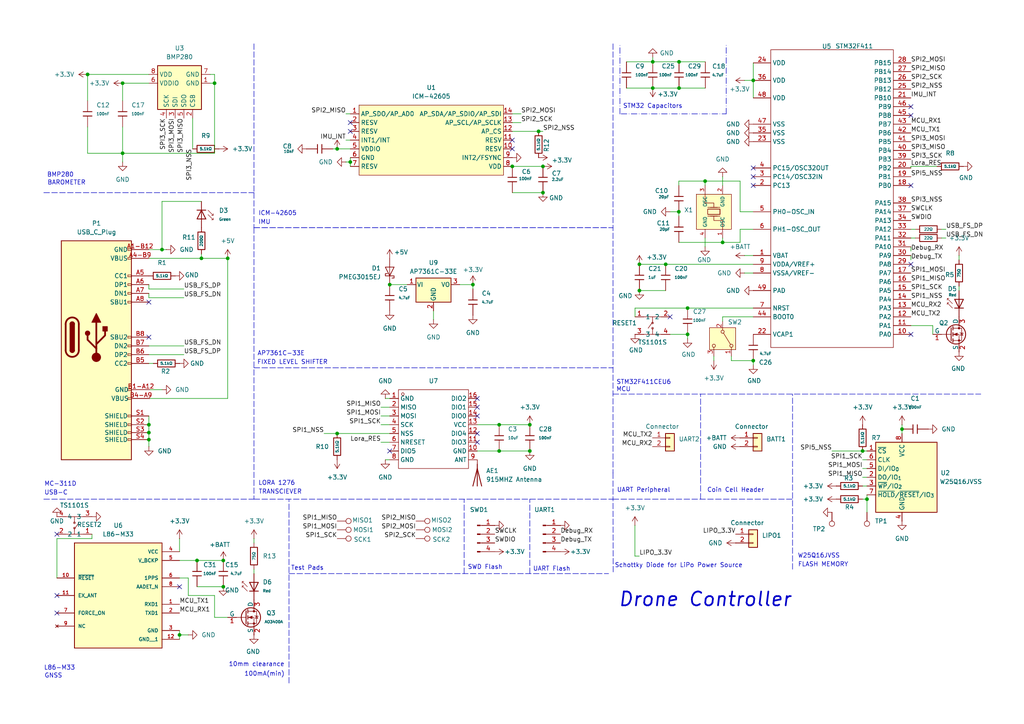
<source format=kicad_sch>
(kicad_sch (version 20250114) (generator "eeschema") (generator_version "9.0")
  (paper "A4")
  (text "TRANSCIEVER\n" (at 81.28 142.748 0) (effects (font (size 1.27 1.27))))
  (text "FLASH MEMORY\n" (at 238.76 163.83 0) (effects (font (size 1.27 1.27))))
  (text "STM32F411CEU6\n" (at 186.7268 110.9482 0) (effects (font (size 1.27 1.27))))
  (text "Drone Controller\n" (at 204.47 173.99 0) (effects (font (size 4 4) (thickness 0.5) (italic yes))))
  (text "ICM-42605" (at 80.518 61.976 0) (effects (font (size 1.27 1.27))))
  (text "UART Peripheral\n" (at 186.69 142.24 0) (effects (font (size 1.27 1.27))))
  (text "Coin Cell Header\n" (at 213.36 142.24 0) (effects (font (size 1.27 1.27))))
  (text "L86-M33\n" (at 17.272 193.802 0) (effects (font (size 1.27 1.27))))
  (text "Schottky Diode for LiPo Power Source\n\n" (at 196.85 165.1 0) (effects (font (size 1.27 1.27))))
  (text "Test Pads\n" (at 89.154 164.846 0) (effects (font (size 1.27 1.27))))
  (text "IMU\n" (at 76.708 64.516 0) (effects (font (size 1.27 1.27))))
  (text "MC-311D\n" (at 17.526 140.462 0) (effects (font (size 1.27 1.27))))
  (text "SWD Flash" (at 140.716 164.592 0) (effects (font (size 1.27 1.27))))
  (text "UART Flash" (at 160.02 165.1 0) (effects (font (size 1.27 1.27))))
  (text "100mA(min)\n\n" (at 76.708 196.596 0) (effects (font (size 1.27 1.27))))
  (text "AP7361C-33E" (at 81.534 102.616 0) (effects (font (size 1.27 1.27))))
  (text "FIXED LEVEL SHIFTER\n" (at 84.836 105.156 0) (effects (font (size 1.27 1.27))))
  (text "BAROMETER\n" (at 19.304 53.086 0) (effects (font (size 1.27 1.27))))
  (text "USB-C\n" (at 16.256 143.002 0) (effects (font (size 1.27 1.27))))
  (text "10mm clearance\n" (at 74.422 192.786 0) (effects (font (size 1.27 1.27))))
  (text "BMP280" (at 17.526 50.8 0) (effects (font (size 1.27 1.27))))
  (text "STM32 Capacitors\n\n" (at 189.327 31.8991 0) (effects (font (size 1.27 1.27))))
  (text "GNSS\n" (at 15.494 196.088 0) (effects (font (size 1.27 1.27))))
  (text "MCU\n" (at 180.848 113.03 0) (effects (font (size 1.27 1.27))))
  (text "W25Q16JVSS" (at 237.49 161.29 0) (effects (font (size 1.27 1.27))))
  (text "LORA 1276\n" (at 80.264 140.208 0) (effects (font (size 1.27 1.27))))
  (junction (at 137.16 82.55))
  (junction (at 196.8868 61.4182))
  (junction (at 185.4568 84.2782))
  (junction (at 204.5068 52.5282))
  (junction (at 43.18 127.508))
  (junction (at 58.42 74.93))
  (junction (at 97.79 125.73))
  (junction (at 25.4 21.59))
  (junction (at 113.03 82.55))
  (junction (at 156.21 38.1))
  (junction (at 64.77 162.56))
  (junction (at 250.19 130.81))
  (junction (at 261.62 124.46))
  (junction (at 144.78 130.81))
  (junction (at 189.327 17.9291))
  (junction (at 193.0768 76.6582))
  (junction (at 66.04 74.93))
  (junction (at 218.4768 104.5982))
  (junction (at 153.67 123.19))
  (junction (at 46.99 72.39))
  (junction (at 189.327 25.5491))
  (junction (at 43.18 125.476))
  (junction (at 43.18 123.19))
  (junction (at 157.48 55.88))
  (junction (at 185.4568 76.6582))
  (junction (at 196.947 17.9291))
  (junction (at 251.46 144.78))
  (junction (at 64.77 170.18))
  (junction (at 157.48 48.26))
  (junction (at 97.79 43.18))
  (junction (at 199.4268 96.9782))
  (junction (at 35.56 44.45))
  (junction (at 153.67 130.81))
  (junction (at 144.78 123.19))
  (junction (at 35.56 24.13))
  (junction (at 218.4768 23.3182))
  (junction (at 196.947 25.5491))
  (junction (at 209.5868 70.3082))
  (junction (at 57.15 162.56))
  (junction (at 148.59 48.26))
  (junction (at 62.23 24.13))
  (junction (at 101.6 46.99))
  (junction (at 52.07 184.15))
  (junction (at 199.4268 89.3582))
  (no_connect (at 138.43 115.57))
  (no_connect (at 138.43 125.73))
  (no_connect (at 218.4768 51.2582))
  (no_connect (at 264.1968 96.9782))
  (no_connect (at 113.03 130.81))
  (no_connect (at 16.51 172.72))
  (no_connect (at 138.43 118.11))
  (no_connect (at 16.51 154.94))
  (no_connect (at 138.43 120.65))
  (no_connect (at 194.3468 91.8982))
  (no_connect (at 101.6 35.56))
  (no_connect (at 138.43 128.27))
  (no_connect (at 264.1968 76.6582))
  (no_connect (at 101.6 38.1))
  (no_connect (at 52.07 170.18))
  (no_connect (at 264.1968 53.7982))
  (no_connect (at 218.4768 53.7982))
  (no_connect (at 148.59 43.18))
  (no_connect (at 264.1968 33.4782))
  (no_connect (at 16.51 177.8))
  (no_connect (at 218.4768 48.7182))
  (no_connect (at 43.18 97.79))
  (no_connect (at 43.18 87.63))
  (no_connect (at 148.59 40.64))
  (no_connect (at 264.1968 30.9382))
  (wire (pts (xy 196.8868 52.5282) (xy 204.5068 52.5282)))
  (wire (pts (xy 52.07 156.21) (xy 52.07 160.02)))
  (wire (pts (xy 218.4768 91.8982) (xy 209.5868 91.8982)))
  (wire (pts (xy 209.5868 91.8982) (xy 209.5868 93.1682)))
  (wire (pts (xy 196.8868 70.3082) (xy 209.5868 70.3082)))
  (wire (pts (xy 46.99 72.39) (xy 43.18 72.39)))
  (wire (pts (xy 46.99 58.42) (xy 46.99 72.39)))
  (wire (pts (xy 58.42 73.66) (xy 58.42 74.93)))
  (wire (pts (xy 144.78 130.81) (xy 153.67 130.81)))
  (wire (pts (xy 209.5868 70.3082) (xy 209.5868 69.0382)))
  (wire (pts (xy 44.45 105.41) (xy 43.18 105.41)))
  (wire (pts (xy 62.23 44.45) (xy 62.23 24.13)))
  (wire (pts (xy 52.07 184.15) (xy 54.61 184.15)))
  (wire (pts (xy 207.0468 104.5982) (xy 207.0468 103.3282)))
  (wire (pts (xy 97.79 125.73) (xy 113.03 125.73)))
  (wire (pts (xy 196.947 25.5491) (xy 204.567 25.5491)))
  (polyline (pts (xy 83.82 198.12) (xy 83.82 144.78)) (stroke (width 0) (type dash)))
  (wire (pts (xy 66.04 74.93) (xy 66.04 115.57)))
  (wire (pts (xy 278.1668 83.0082) (xy 278.1668 84.2782)))
  (polyline (pts (xy 73.66 66.04) (xy 73.66 144.78)) (stroke (width 0) (type dash)))
  (polyline (pts (xy 177.8 12.7) (xy 177.8 137.16)) (stroke (width 0) (type dash)))
  (wire (pts (xy 184.15 152.4) (xy 184.15 161.29)))
  (wire (pts (xy 111.76 133.35) (xy 113.03 133.35)))
  (wire (pts (xy 215.9368 23.3182) (xy 218.4768 23.3182)))
  (polyline (pts (xy 73.66 55.88) (xy 73.66 66.04)) (stroke (width 0) (type dash)))
  (wire (pts (xy 218.4768 61.4182) (xy 214.6668 61.4182)))
  (wire (pts (xy 43.18 83.82) (xy 43.18 82.55)))
  (wire (pts (xy 138.43 130.81) (xy 144.78 130.81)))
  (wire (pts (xy 138.43 123.19) (xy 144.78 123.19)))
  (wire (pts (xy 96.52 43.18) (xy 97.79 43.18)))
  (polyline (pts (xy 12.7 144.78) (xy 73.66 144.78)) (stroke (width 0) (type dash)))
  (polyline (pts (xy 12.7 55.88) (xy 73.66 55.88)) (stroke (width 0) (type dash)))
  (wire (pts (xy 214.6668 66.4982) (xy 218.4768 66.4982)))
  (wire (pts (xy 212.1268 104.5982) (xy 218.4768 104.5982)))
  (polyline (pts (xy 210.6316 33.0298) (xy 210.6316 12.6225)) (stroke (width 0) (type dash_dot)))
  (wire (pts (xy 250.19 144.78) (xy 251.46 144.78)))
  (wire (pts (xy 57.15 170.18) (xy 64.77 170.18)))
  (wire (pts (xy 185.4568 76.6582) (xy 193.0768 76.6582)))
  (polyline (pts (xy 177.8 114.3) (xy 284.48 114.3)) (stroke (width 0) (type dash)))
  (wire (pts (xy 264.1968 94.4382) (xy 270.5468 94.4382)))
  (wire (pts (xy 111.76 115.57) (xy 113.03 115.57)))
  (wire (pts (xy 62.23 21.59) (xy 62.23 24.13)))
  (wire (pts (xy 101.6 46.99) (xy 101.6 48.26)))
  (wire (pts (xy 250.19 140.97) (xy 251.46 140.97)))
  (wire (pts (xy 58.42 74.93) (xy 66.04 74.93)))
  (wire (pts (xy 264.1968 72.8482) (xy 264.1968 71.5782)))
  (wire (pts (xy 62.23 172.72) (xy 62.23 179.07)))
  (wire (pts (xy 35.56 44.45) (xy 62.23 44.45)))
  (wire (pts (xy 110.49 128.27) (xy 113.03 128.27)))
  (wire (pts (xy 181.707 25.5491) (xy 189.327 25.5491)))
  (wire (pts (xy 214.6668 61.4182) (xy 214.6668 52.5282)))
  (wire (pts (xy 100.33 33.02) (xy 101.6 33.02)))
  (wire (pts (xy 264.16 48.26) (xy 264.16 48.7182)))
  (wire (pts (xy 194.3468 61.4182) (xy 196.8868 61.4182)))
  (wire (pts (xy 73.66 165.1) (xy 73.66 166.37)))
  (wire (pts (xy 26.67 156.21) (xy 16.51 156.21)))
  (wire (pts (xy 43.18 86.36) (xy 43.18 85.09)))
  (wire (pts (xy 110.49 123.19) (xy 113.03 123.19)))
  (wire (pts (xy 113.03 82.55) (xy 118.11 82.55)))
  (wire (pts (xy 250.19 133.35) (xy 251.46 133.35)))
  (wire (pts (xy 35.56 46.99) (xy 35.56 44.45)))
  (wire (pts (xy 43.18 74.93) (xy 58.42 74.93)))
  (wire (pts (xy 55.88 34.29) (xy 55.88 43.18)))
  (wire (pts (xy 184.1868 89.3582) (xy 199.4268 89.3582)))
  (wire (pts (xy 212.1268 104.5982) (xy 212.1268 103.3282)))
  (wire (pts (xy 43.434 115.57) (xy 66.04 115.57)))
  (polyline (pts (xy 179.8069 33.0611) (xy 179.8069 12.7411)) (stroke (width 0) (type dash_dot)))
  (wire (pts (xy 261.62 123.19) (xy 261.62 124.46)))
  (wire (pts (xy 199.4268 89.3582) (xy 218.4768 89.3582)))
  (wire (pts (xy 73.66 156.21) (xy 73.66 157.48)))
  (polyline (pts (xy 180.1516 33.0298) (xy 210.6316 33.0298)) (stroke (width 0) (type dash_dot)))
  (wire (pts (xy 189.327 17.9291) (xy 196.947 17.9291)))
  (wire (pts (xy 16.51 156.21) (xy 16.51 167.64)))
  (wire (pts (xy 43.18 24.13) (xy 35.56 24.13)))
  (polyline (pts (xy 177.8476 165.8939) (xy 177.8 144.78)) (stroke (width 0) (type dash)))
  (wire (pts (xy 100.33 40.64) (xy 101.6 40.64)))
  (wire (pts (xy 43.18 123.19) (xy 43.18 125.476)))
  (wire (pts (xy 26.67 154.94) (xy 26.67 156.21)))
  (wire (pts (xy 273.0868 69.0382) (xy 274.3568 69.0382)))
  (wire (pts (xy 250.19 138.43) (xy 251.46 138.43)))
  (wire (pts (xy 110.49 118.11) (xy 113.03 118.11)))
  (wire (pts (xy 270.5468 96.9782) (xy 270.5468 94.4382)))
  (wire (pts (xy 185.42 161.29) (xy 184.15 161.29)))
  (wire (pts (xy 185.4568 84.2782) (xy 193.0768 84.2782)))
  (wire (pts (xy 57.15 162.56) (xy 64.77 162.56)))
  (wire (pts (xy 209.5868 51.2582) (xy 209.5868 53.7982)))
  (wire (pts (xy 265.4668 66.4982) (xy 264.1968 66.4982)))
  (wire (pts (xy 101.6 45.72) (xy 101.6 46.99)))
  (wire (pts (xy 148.59 48.26) (xy 157.48 48.26)))
  (wire (pts (xy 93.98 125.73) (xy 97.79 125.73)))
  (wire (pts (xy 214.6668 70.3082) (xy 209.5868 70.3082)))
  (wire (pts (xy 278.1668 74.1182) (xy 278.1668 75.3882)))
  (wire (pts (xy 189.327 25.5491) (xy 196.947 25.5491)))
  (wire (pts (xy 62.23 21.59) (xy 60.96 21.59)))
  (wire (pts (xy 43.18 120.65) (xy 43.18 123.19)))
  (wire (pts (xy 100.33 46.99) (xy 101.6 46.99)))
  (wire (pts (xy 196.8868 52.5282) (xy 196.8868 53.7982)))
  (wire (pts (xy 264.1968 69.0382) (xy 265.4668 69.0382)))
  (wire (pts (xy 137.16 83.82) (xy 137.16 82.55)))
  (wire (pts (xy 25.4 36.83) (xy 25.4 44.45)))
  (wire (pts (xy 52.07 184.15) (xy 52.07 182.88)))
  (wire (pts (xy 54.61 172.72) (xy 62.23 172.72)))
  (wire (pts (xy 193.0768 76.6582) (xy 218.4768 76.6582)))
  (polyline (pts (xy 153.67 166.37) (xy 153.67 144.78)) (stroke (width 0) (type dash)))
  (wire (pts (xy 264.1968 75.3882) (xy 264.1968 74.1182)))
  (wire (pts (xy 264.16 48.7182) (xy 264.1968 48.7182)))
  (polyline (pts (xy 73.66 144.78) (xy 177.8 144.78)) (stroke (width 0) (type dash)))
  (wire (pts (xy 133.35 82.55) (xy 137.16 82.55)))
  (wire (pts (xy 151.13 33.02) (xy 148.59 33.02)))
  (wire (pts (xy 43.18 100.33) (xy 53.34 100.33)))
  (wire (pts (xy 218.4768 18.2382) (xy 218.4768 23.3182)))
  (polyline (pts (xy 73.66 106.68) (xy 177.8 106.68)) (stroke (width 0) (type dash)))
  (wire (pts (xy 52.07 167.64) (xy 54.61 167.64)))
  (wire (pts (xy 53.34 102.87) (xy 43.18 102.87)))
  (polyline (pts (xy 203.2 144.78) (xy 203.2 114.3)) (stroke (width 0) (type dash)))
  (wire (pts (xy 151.13 35.56) (xy 148.59 35.56)))
  (wire (pts (xy 274.3568 66.4982) (xy 273.0868 66.4982)))
  (wire (pts (xy 215.9368 74.1182) (xy 218.4768 74.1182)))
  (wire (pts (xy 214.6668 66.4982) (xy 214.6668 70.3082)))
  (wire (pts (xy 25.4 21.59) (xy 25.4 29.21)))
  (polyline (pts (xy 177.8 137.16) (xy 177.8 144.78)) (stroke (width 0) (type dash)))
  (wire (pts (xy 204.5068 71.5782) (xy 204.5068 69.0382)))
  (wire (pts (xy 52.07 185.42) (xy 52.07 184.15)))
  (wire (pts (xy 194.3468 96.9782) (xy 199.4268 96.9782)))
  (wire (pts (xy 148.59 55.88) (xy 157.48 55.88)))
  (wire (pts (xy 125.73 90.17) (xy 125.73 92.71)))
  (polyline (pts (xy 229.87 165.1) (xy 229.87 114.3)) (stroke (width 0) (type dash)))
  (wire (pts (xy 110.49 120.65) (xy 113.03 120.65)))
  (wire (pts (xy 52.07 162.56) (xy 57.15 162.56)))
  (wire (pts (xy 218.4768 79.1982) (xy 215.9368 79.1982)))
  (wire (pts (xy 97.79 43.18) (xy 101.6 43.18)))
  (wire (pts (xy 250.19 135.89) (xy 251.46 135.89)))
  (wire (pts (xy 261.62 124.46) (xy 261.62 125.73)))
  (wire (pts (xy 148.59 38.1) (xy 156.21 38.1)))
  (wire (pts (xy 43.18 125.476) (xy 43.18 127.508)))
  (wire (pts (xy 62.23 24.13) (xy 60.96 24.13)))
  (wire (pts (xy 43.18 83.82) (xy 53.34 83.82)))
  (polyline (pts (xy 73.66 66.04) (xy 177.8 66.04)) (stroke (width 0) (type dash)))
  (wire (pts (xy 251.46 144.78) (xy 251.46 148.59)))
  (wire (pts (xy 58.42 58.42) (xy 46.99 58.42)))
  (wire (pts (xy 241.3 130.81) (xy 250.19 130.81)))
  (wire (pts (xy 199.4268 96.9782) (xy 199.4268 98.2482)))
  (wire (pts (xy 43.18 86.36) (xy 53.34 86.36)))
  (polyline (pts (xy 177.8 144.78) (xy 229.87 144.78)) (stroke (width 0) (type dash)))
  (polyline (pts (xy 83.82 166.37) (xy 176.53 166.37)) (stroke (width 0) (type dash)))
  (wire (pts (xy 54.61 167.64) (xy 54.61 172.72)))
  (wire (pts (xy 204.5068 52.5282) (xy 214.6668 52.5282)))
  (wire (pts (xy 62.23 179.07) (xy 66.04 179.07)))
  (wire (pts (xy 25.4 44.45) (xy 35.56 44.45)))
  (wire (pts (xy 196.8868 61.4182) (xy 196.8868 62.6882)))
  (wire (pts (xy 156.21 38.1) (xy 157.48 38.1)))
  (wire (pts (xy 43.434 113.03) (xy 46.99 113.03)))
  (wire (pts (xy 184.1868 91.8982) (xy 184.1868 89.3582)))
  (wire (pts (xy 48.26 72.39) (xy 46.99 72.39)))
  (wire (pts (xy 43.18 21.59) (xy 25.4 21.59)))
  (wire (pts (xy 144.78 123.19) (xy 153.67 123.19)))
  (wire (pts (xy 251.46 144.78) (xy 251.46 143.51)))
  (wire (pts (xy 196.947 17.9291) (xy 204.567 17.9291)))
  (wire (pts (xy 43.18 127.508) (xy 43.18 129.54)))
  (wire (pts (xy 204.5068 52.5282) (xy 204.5068 53.7982)))
  (wire (pts (xy 250.19 130.81) (xy 251.46 130.81)))
  (wire (pts (xy 35.56 24.13) (xy 35.56 29.21)))
  (polyline (pts (xy 73.66 66.04) (xy 176.53 66.04)) (stroke (width 0) (type dash)))
  (polyline (pts (xy 73.66 12.7) (xy 73.66 55.88)) (stroke (width 0) (type dash)))
  (polyline (pts (xy 134.62 166.37) (xy 134.62 144.78)) (stroke (width 0) (type dash)))
  (wire (pts (xy 35.56 36.83) (xy 35.56 44.45)))
  (wire (pts (xy 189.327 17.9291) (xy 181.707 17.9291)))
  (wire (pts (xy 218.4768 105.8682) (xy 218.4768 104.5982)))
  (wire (pts (xy 189.327 16.6591) (xy 189.327 17.9291)))
  (wire (pts (xy 218.4768 23.3182) (xy 218.4768 28.3982)))
  (wire (pts (xy 264.16 48.26) (xy 271.78 48.26)))
  (label "SPI1_SCK" (at 264.1968 84.2782 0))
  (label "SPI2_NSS" (at 157.48 38.1 0))
  (label "SWCLK" (at 143.51 154.94 0))
  (label "Debug_TX" (at 264.1968 75.3882 0))
  (label "USB_FS_DP" (at 274.3568 66.4982 0))
  (label "USB_FS_DN" (at 274.3568 69.0382 0))
  (label "MCU_TX1" (at 52.07 175.26 0))
  (label "SPI1_MOSI" (at 97.79 153.67 180))
  (label "SPI1_MISO" (at 264.1968 81.7382 0))
  (label "SWDIO" (at 264.1968 63.9582 0))
  (label "MCU_TX1" (at 264.1968 38.5582 0))
  (label "SPI5_NSS" (at 264.1968 51.2582 0))
  (label "SPI2_NSS" (at 264.1968 25.8582 0))
  (label "SPI2_MOSI" (at 264.1968 18.2382 0))
  (label "MCU_RX2" (at 189.23 129.54 180))
  (label "Debug_RX" (at 264.1968 72.8482 0))
  (label "SPI2_SCK" (at 264.1968 23.3182 0))
  (label "SWDIO" (at 143.51 157.48 0))
  (label "MCU_RX1" (at 52.07 177.8 0))
  (label "MCU_RX2" (at 264.1968 89.3582 0))
  (label "SPI1_SCK" (at 110.49 123.19 180))
  (label "USB_FS_DP" (at 53.34 102.87 0))
  (label "SPI1_MOSI" (at 110.49 120.65 180))
  (label "USB_FS_DP" (at 53.34 83.82 0))
  (label "SPI3_MISO" (at 264.1968 43.6382 0))
  (label "SPI1_MOSI" (at 264.1968 79.1982 0))
  (label "SWCLK" (at 264.1968 61.4182 0))
  (label "SPI1_NSS" (at 93.98 125.73 180))
  (label "SPI3_MOSI" (at 50.8 34.29 270))
  (label "SPI2_MISO" (at 100.33 33.02 180))
  (label "SPI1_NSS" (at 264.1968 86.8182 0))
  (label "SPI5_NSS" (at 241.3 130.81 180))
  (label "SPI3_MOSI" (at 264.1968 41.0982 0))
  (label "LIPO_3.3V" (at 185.42 161.29 0))
  (label "SPI1_MISO" (at 250.19 138.43 180))
  (label "MCU_TX2" (at 264.1968 91.8982 0))
  (label "Debug_TX" (at 162.56 157.48 0))
  (label "SPI1_MISO" (at 110.49 118.11 180))
  (label "SPI2_SCK" (at 151.13 35.56 0))
  (label "USB_FS_DN" (at 53.34 86.36 0))
  (label "IMU_INT" (at 264.1968 28.3982 0))
  (label "IMU_INT" (at 100.33 40.64 180))
  (label "SPI2_MISO" (at 264.1968 20.7782 0))
  (label "Debug_RX" (at 162.56 154.94 0))
  (label "SPI1_MOSI" (at 250.19 135.89 180))
  (label "Lora_RES" (at 110.49 128.27 180))
  (label "SPI3_NSS" (at 264.1968 58.8782 0))
  (label "SPI2_MOSI" (at 151.13 33.02 0))
  (label "SPI3_MISO" (at 53.34 34.29 270))
  (label "SPI2_MOSI" (at 120.65 153.67 180))
  (label "SPI3_SCK" (at 264.1968 46.1782 0))
  (label "LIPO_3.3V" (at 213.36 154.94 180))
  (label "MCU_TX2" (at 189.23 127 180))
  (label "Lora_RES" (at 264.16 48.26 0))
  (label "USB_FS_DN" (at 53.34 100.33 0))
  (label "SPI2_MISO" (at 120.65 151.13 180))
  (label "SPI2_SCK" (at 120.65 156.21 180))
  (label "SPI1_SCK" (at 97.79 156.21 180))
  (label "MCU_RX1" (at 264.1968 36.0182 0))
  (label "SPI1_SCK" (at 250.19 133.35 180))
  (label "SPI1_MISO" (at 97.79 151.13 180))
  (label "SPI3_NSS" (at 55.88 43.18 270))
  (label "SPI3_SCK" (at 48.26 34.29 270))
  (symbol (lib_id "PCM_JLCPCB-Resistors:0402,200Ω") (at 58.42 69.85 180) (unit 1)
    (property "Reference" "R11" (at 52.832 68.834 0) (effects (justify right)))
    (property "Value" "200Ω" (at 58.42 69.85 90) (effects (font (size 0.8 0.8))))
    (property "Footprint" "PCM_JLCPCB:R_0402" (effects (hide yes)))
    (property "Datasheet" "https://www.lcsc.com/datasheet/lcsc_datasheet_2205311900_UNI-ROYAL-Uniroyal-Elec-0402WGF2000TCE_C25087.pdf" (effects (hide yes)))
    (property "Description" "62.5mW Thick Film Resistors 50V ±100ppm/°C ±1% 200Ω 0402 Chip Resistor - Surface Mount ROHS" (effects (hide yes)))
    (property "Stock" "981717" (effects (hide yes)))
    (property "Price" "0.004USD" (effects (hide yes)))
    (property "Process" "SMT" (effects (hide yes)))
    (property "Attrition Qty" "10" (effects (hide yes)))
    (property "Class" "Basic Component" (effects (hide yes)))
    (property "Category" "Resistors,Chip Resistor - Surface Mount" (effects (hide yes)))
    (property "Part" "0402WGF2000TCE" (effects (hide yes)))
    (property "Resistance" "200Ω" (effects (hide yes)))
    (property "Power(Watts)" "62.5mW" (effects (hide yes)))
    (property "Type" "Thick Film Resistors" (effects (hide yes)))
    (property "Overload Voltage (Max)" "50V" (effects (hide yes)))
    (property "Operating Temperature Range" "-55°C~+155°C" (effects (hide yes)))
    (property "Tolerance" "±1%" (effects (hide yes)))
    (property "Temperature Coefficient" "±100ppm/°C" (effects (hide yes)))
    (property "LCSC Part Number" "C25087" (effects (hide yes)))
  )
  (symbol (lib_id "PCM_JLCPCB-Crystals:Crystal, 12MHz, 20pF") (at 207.0468 61.4182 90) (unit 1)
    (property "Reference" "X1" (at 198.4108 60.9102 90) (effects (justify right)))
    (property "Value" "Shenzhen SCTF Elec SX2B12.000F1010F30" (effects (hide yes)))
    (property "Footprint" "Crystal:Crystal_SMD_2520-4Pin_2.5x2.0mm" (effects (hide yes)))
    (property "Datasheet" "https://www.lcsc.com/datasheet/lcsc_datasheet_2403291504_YXC-Crystal-Oscillators-X322512MSB4SI_C9002.pdf" (effects (hide yes)))
    (property "Description" "12MHz Surface Mount Crystal 20pF ±10ppm ±20ppm SMD3225-4P Crystals ROHS" (effects (hide yes)))
    (property "Part" "X322512MSB4SI" (effects (hide yes)))
    (property "Frequency" "12MHz" (effects (hide yes)))
    (property "Frequency Stability" "±20ppm" (effects (hide yes)))
    (property "Operating Temperature" "-40°C~+85°C" (effects (hide yes)))
    (property "Frequency Tolerance" "±10ppm" (effects (hide yes)))
    (property "Crystal Type" "SMD Crystal Resonator" (effects (hide yes)))
    (property "Load Capacitance" "10pf" (effects (hide yes)))
    (property "Type" "Surface Mount Crystal" (effects (hide yes)))
    (property "LCSC Part Number" "C7301971" (effects (hide yes)))
  )
  (symbol (lib_id "PCM_JLCPCB-Resistors:0402,5.1kΩ") (at 246.38 144.78 270) (unit 1)
    (property "Reference" "R4" (at 246.38 147.066 90))
    (property "Value" "5.1kΩ" (at 246.38 144.78 90) (effects (font (size 0.8 0.8))))
    (property "Footprint" "PCM_JLCPCB:R_0402" (effects (hide yes)))
    (property "Datasheet" "https://www.lcsc.com/datasheet/lcsc_datasheet_2206010045_UNI-ROYAL-Uniroyal-Elec-0402WGF5101TCE_C25905.pdf" (effects (hide yes)))
    (property "Description" "62.5mW Thick Film Resistors 50V ±100ppm/°C ±1% 5.1kΩ 0402 Chip Resistor - Surface Mount ROHS" (effects (hide yes)))
    (property "Stock" "2545110" (effects (hide yes)))
    (property "Price" "0.004USD" (effects (hide yes)))
    (property "Process" "SMT" (effects (hide yes)))
    (property "Attrition Qty" "10" (effects (hide yes)))
    (property "Class" "Basic Component" (effects (hide yes)))
    (property "Category" "Resistors,Chip Resistor - Surface Mount" (effects (hide yes)))
    (property "Part" "0402WGF5101TCE" (effects (hide yes)))
    (property "Resistance" "5.1kΩ" (effects (hide yes)))
    (property "Power(Watts)" "62.5mW" (effects (hide yes)))
    (property "Type" "Thick Film Resistors" (effects (hide yes)))
    (property "Overload Voltage (Max)" "50V" (effects (hide yes)))
    (property "Operating Temperature Range" "-55°C~+155°C" (effects (hide yes)))
    (property "Tolerance" "±1%" (effects (hide yes)))
    (property "Temperature Coefficient" "±100ppm/°C" (effects (hide yes)))
    (property "LCSC Part Number" "C25905" (effects (hide yes)))
  )
  (symbol (lib_id "power:GND") (at 218.4768 105.8682 0) (unit 1)
    (property "Reference" "#PWR061" (effects (hide yes)))
    (property "Value" "GND" (at 218.7308 110.4402 0))
    (property "Description" "Power symbol creates a global label with name \"GND\" , ground" (effects (hide yes)))
  )
  (symbol (lib_id "power:+3.3V") (at 52.07 156.21 0) (unit 1)
    (property "Reference" "#PWR035" (effects (hide yes)))
    (property "Value" "+3.3V" (at 52.07 151.13 0))
    (property "Description" "Power symbol creates a global label with name \"+3.3V\"" (effects (hide yes)))
  )
  (symbol (lib_id "easyeda2kicad:TS1101S-4.5X4.5X5.5FSS") (at 189.2668 94.4382 0) (unit 1)
    (property "Reference" "RESET1" (at 181.1388 93.6762 0))
    (property "Value" "TS1101S" (at 189.2668 99.2642 0))
    (property "Footprint" "easyeda2kicad:SW-SMD_4P-L4.5-W4.5-P3.15-LS7.5-TL" (effects (hide yes)))
    (property "LCSC Part Number" "C49274267" (effects (hide yes)))
  )
  (symbol (lib_id "power:+3.3V") (at 157.48 48.26 270) (unit 1)
    (property "Reference" "#PWR070" (effects (hide yes)))
    (property "Value" "+3.3V" (effects (hide yes)))
    (property "Description" "Power symbol creates a global label with name \"+3.3V\"" (effects (hide yes)))
  )
  (symbol (lib_id "power:GND") (at 279.4 48.26 90) (unit 1)
    (property "Reference" "#PWR04" (effects (hide yes)))
    (property "Value" "GND" (at 278.13 51.562 90) (effects (justify right)))
    (property "Description" "Power symbol creates a global label with name \"GND\" , ground" (effects (hide yes)))
  )
  (symbol (lib_name "0402,100nF_1") (lib_id "PCM_JLCPCB-Capacitors:0402,100nF") (at 57.15 166.37 0) (unit 1)
    (property "Reference" "C31" (at 58.928 163.83 0) (effects (justify left)))
    (property "Value" "100nF" (at 58.928 166.37 0) (effects (font (size 0.8 0.8)) (justify left)))
    (property "Footprint" "PCM_JLCPCB:C_0402" (effects (hide yes)))
    (property "Datasheet" "https://www.lcsc.com/datasheet/lcsc_datasheet_2304140030_Samsung-Electro-Mechanics-CL05B104KO5NNNC_C1525.pdf" (effects (hide yes)))
    (property "Description" "16V 100nF X7R ±10% 0402 Multilayer Ceramic Capacitors MLCC - SMD/SMT ROHS" (effects (hide yes)))
    (property "Stock" "21618579" (effects (hide yes)))
    (property "Price" "0.004USD" (effects (hide yes)))
    (property "Process" "SMT" (effects (hide yes)))
    (property "Attrition Qty" "10" (effects (hide yes)))
    (property "Class" "Basic Component" (effects (hide yes)))
    (property "Category" "Capacitors,Multilayer Ceramic Capacitors MLCC - SMD/SMT" (effects (hide yes)))
    (property "Part" "CL05B104KO5NNNC" (effects (hide yes)))
    (property "Voltage Rated" "16V" (effects (hide yes)))
    (property "Tolerance" "±10%" (effects (hide yes)))
    (property "Capacitance" "100nF" (effects (hide yes)))
    (property "Temperature Coefficient" "X7R" (effects (hide yes)))
    (property "LCSC Part Number" "C1525" (effects (hide yes)))
  )
  (symbol (lib_id "power:GND") (at 194.3468 61.4182 270) (unit 1)
    (property "Reference" "#PWR06" (effects (hide yes)))
    (property "Value" "GND" (at 190.5368 61.4181 90) (effects (justify right)))
    (property "Description" "Power symbol creates a global label with name \"GND\" , ground" (effects (hide yes)))
  )
  (symbol (lib_id "Connector:USB_C_Plug_12pin") (at 27.94 97.79 0) (unit 1)
    (property "Reference" "P1" (at 28.0035 64.77 0))
    (property "Value" "USB_C_Plug" (at 28.0035 67.31 0))
    (property "Footprint" "USB-C:USB-C" (effects (hide yes)))
    (property "Description" "USB Type-C Plug connector" (effects (hide yes)))
    (property "LCSC Part Number" "C136423" (effects (hide yes)))
  )
  (symbol (lib_id "power:+BATT") (at 64.77 162.56 0) (unit 1)
    (property "Reference" "#PWR040" (effects (hide yes)))
    (property "Value" "+BATT" (at 63.754 157.988 0))
    (property "Description" "Power symbol creates a global label with name \"+BATT\"" (effects (hide yes)))
  )
  (symbol (lib_id "PCM_JLCPCB-Capacitors:0402,100nF") (at 148.59 52.07 180) (unit 1)
    (property "Reference" "C6" (at 152.654 49.784 0))
    (property "Value" "100nF" (at 152.4 51.816 0) (effects (font (size 0.8 0.8))))
    (property "Footprint" "PCM_JLCPCB:C_0402" (effects (hide yes)))
    (property "Datasheet" "https://www.lcsc.com/datasheet/lcsc_datasheet_2304140030_Samsung-Electro-Mechanics-CL05B104KO5NNNC_C1525.pdf" (effects (hide yes)))
    (property "Description" "16V 100nF X7R ±10% 0402 Multilayer Ceramic Capacitors MLCC - SMD/SMT ROHS" (effects (hide yes)))
    (property "Stock" "24076106" (effects (hide yes)))
    (property "Price" "0.004USD" (effects (hide yes)))
    (property "Process" "SMT" (effects (hide yes)))
    (property "Attrition Qty" "10" (effects (hide yes)))
    (property "Class" "Basic Component" (effects (hide yes)))
    (property "Category" "Capacitors,Multilayer Ceramic Capacitors MLCC - SMD/SMT" (effects (hide yes)))
    (property "Part" "CL05B104KO5NNNC" (effects (hide yes)))
    (property "Voltage Rated" "16V" (effects (hide yes)))
    (property "Tolerance" "±10%" (effects (hide yes)))
    (property "Capacitance" "100nF" (effects (hide yes)))
    (property "Temperature Coefficient" "X7R" (effects (hide yes)))
    (property "LCSC Part Number" "C1525" (effects (hide yes)))
  )
  (symbol (lib_id "Regulator_Linear:AP7361C-33E") (at 125.73 82.55 0) (unit 1)
    (property "Reference" "U9" (at 125.73 76.2 0))
    (property "Value" "AP7361C-33E" (at 125.73 78.74 0))
    (property "Footprint" "Package_TO_SOT_SMD:SOT-223-3_TabPin2" (effects (hide yes)))
    (property "Datasheet" "https://www.diodes.com/assets/Datasheets/AP7361C.pdf" (effects (hide yes)))
    (property "Description" "1A Low Dropout regulator, positive, 3.3V fixed output, SOT-223" (effects (hide yes)))
    (property "LCSC Part Number" "C500795" (effects (hide yes)))
  )
  (symbol (lib_id "power:GND") (at 111.76 133.35 0) (unit 1)
    (property "Reference" "#PWR055" (effects (hide yes)))
    (property "Value" "GND" (at 111.76 138.43 0))
    (property "Description" "Power symbol creates a global label with name \"GND\" , ground" (effects (hide yes)))
  )
  (symbol (lib_id "power:GND") (at 162.56 152.4 90) (unit 1)
    (property "Reference" "#PWR073" (effects (hide yes)))
    (property "Value" "GND" (effects (hide yes)))
    (property "Description" "Power symbol creates a global label with name \"GND\" , ground" (effects (hide yes)))
  )
  (symbol (lib_id "lora1276:LORA1276-C1-915MHZ") (at 125.73 124.46 0) (unit 1)
    (property "Reference" "U7" (at 125.73 110.49 0))
    (property "Value" "915MHz" (effects (hide yes)))
    (property "Footprint" "Lora1276:COMM-SMD_LORA1276-C1-915MHZ" (effects (hide yes)))
    (property "Datasheet" "https://atta.szlcsc.com/upload/public/pdf/source/20220425/530C73F5612432B98CDC262676D34B0B.pdf" (effects (hide yes)))
    (property "Description" "Frequency:915MHz Output Power:20dBm Output Power:20dBm Interface Type:SPI Modulation System:LoRa；GFSK；FSK Voltage - Supply:3.3V Voltage - Supply:3.3V Receive  Current:10.8mA Send  Current:120mA Sensitivity:-139dBm Sensitivity:-139dBm Operating Temperature" (effects (hide yes)))
    (property "LCSC Part Number" "C3001531" (effects (hide yes)))
  )
  (symbol (lib_id "power:GND") (at 26.67 149.86 90) (unit 1)
    (property "Reference" "#PWR074" (effects (hide yes)))
    (property "Value" "GND" (effects (hide yes)))
    (property "Description" "Power symbol creates a global label with name \"GND\" , ground" (effects (hide yes)))
  )
  (symbol (lib_id "STM32:STM32F411CEU6") (at 241.3368 58.8782 0) (unit 1)
    (property "Reference" "U5" (at 239.776 13.462 0))
    (property "Value" "STM32F411" (at 247.7797 13.3806 0))
    (property "Footprint" "Package_DFN_QFN:QFN-48-1EP_7x7mm_P0.5mm_EP5.6x5.6mm" (effects (hide yes)))
    (property "Datasheet" "https://atta.szlcsc.com/upload/public/pdf/source/20151026/1457707507170.pdf" (effects (hide yes)))
    (property "Description" "CPU Core:ARM-M4 CPU Maximum Speed:100MHz Program Storage Size:512KB Program Memory Type:FLASH Number of I/O:36 ADC (Bit):12bit Low Voltage Detection Threshold:1.7V~3.6V Low Voltage Detection Threshold:1.7V~3.6V Application Area:-" (effects (hide yes)))
    (property "LCSC Part Number" "C60420" (effects (hide yes)))
  )
  (symbol (lib_id "power:GND") (at 64.77 170.18 0) (unit 1)
    (property "Reference" "#PWR046" (effects (hide yes)))
    (property "Value" "GND" (at 67.31 171.196 0))
    (property "Description" "Power symbol creates a global label with name \"GND\" , ground" (effects (hide yes)))
  )
  (symbol (lib_name "Conn_01x02_MountingPin_1") (lib_id "Connector_Generic_MountingPin:Conn_01x02_MountingPin") (at 194.31 127 0) (unit 1)
    (property "Reference" "UART2" (at 196.85 127.3555 0) (effects (justify left)))
    (property "Value" "Connector" (at 187.198 123.698 0) (effects (justify left)))
    (property "Footprint" "easyeda2kicad:CONN-TH_B2B-XH-A-LF-SN" (effects (hide yes)))
    (property "Description" "Generic connectable mounting pin connector, single row, 01x02, script generated (kicad-library-utils/schlib/autogen/connector/)" (effects (hide yes)))
    (property "LCSC Part Number" "C158012" (effects (hide yes)))
  )
  (symbol (lib_id "power:GND") (at 218.4768 84.2782 270) (unit 1)
    (property "Reference" "#PWR024" (effects (hide yes)))
    (property "Value" "GND" (at 214.6668 84.2781 90) (effects (justify right)))
    (property "Description" "Power symbol creates a global label with name \"GND\" , ground" (effects (hide yes)))
  )
  (symbol (lib_id "power:+3.3V") (at 242.57 144.78 90) (unit 1)
    (property "Reference" "#PWR052" (effects (hide yes)))
    (property "Value" "+3.3V" (at 238.76 144.7799 90) (effects (justify left)))
    (property "Description" "Power symbol creates a global label with name \"+3.3V\"" (effects (hide yes)))
  )
  (symbol (lib_name "0402,4.7uF_2") (lib_id "PCM_JLCPCB-Capacitors:0402,4.7uF") (at 137.16 87.63 0) (unit 1)
    (property "Reference" "C4" (at 139.7 85.0899 0) (effects (justify left)))
    (property "Value" "4.7uF" (at 139.7 87.63 0) (effects (font (size 0.8 0.8)) (justify left)))
    (property "Footprint" "PCM_JLCPCB:C_0402" (effects (hide yes)))
    (property "Datasheet" "https://www.lcsc.com/datasheet/lcsc_datasheet_2304140030_Samsung-Electro-Mechanics-CL05A475MP5NRNC_C23733.pdf" (effects (hide yes)))
    (property "Description" "10V 4.7uF X5R ±20% 0402 Multilayer Ceramic Capacitors MLCC - SMD/SMT ROHS" (effects (hide yes)))
    (property "Stock" "1297662" (effects (hide yes)))
    (property "Price" "0.008USD" (effects (hide yes)))
    (property "Process" "SMT" (effects (hide yes)))
    (property "Attrition Qty" "10" (effects (hide yes)))
    (property "Class" "Basic Component" (effects (hide yes)))
    (property "Category" "Capacitors,Multilayer Ceramic Capacitors MLCC - SMD/SMT" (effects (hide yes)))
    (property "Part" "CL05A475MP5NRNC" (effects (hide yes)))
    (property "Voltage Rated" "10V" (effects (hide yes)))
    (property "Tolerance" "±20%" (effects (hide yes)))
    (property "Capacitance" "4.7uF" (effects (hide yes)))
    (property "Temperature Coefficient" "X5R" (effects (hide yes)))
    (property "LCSC Part Number" "C23733" (effects (hide yes)))
  )
  (symbol (lib_id "power:+3.3V") (at 242.57 140.97 90) (unit 1)
    (property "Reference" "#PWR037" (effects (hide yes)))
    (property "Value" "+3.3V" (at 238.76 140.9699 90) (effects (justify left)))
    (property "Description" "Power symbol creates a global label with name \"+3.3V\"" (effects (hide yes)))
  )
  (symbol (lib_id "easyeda2kicad:TS1101S-4.5X4.5X5.5FSS") (at 21.59 152.4 180) (unit 1)
    (property "Reference" "RESET2" (at 25.908 152.146 0))
    (property "Value" "TS1101S" (at 21.59 146.558 0))
    (property "Footprint" "easyeda2kicad:SW-SMD_4P-L4.5-W4.5-P3.15-LS7.5-TL" (effects (hide yes)))
    (property "LCSC Part Number" "C49274267" (effects (hide yes)))
  )
  (symbol (lib_id "PCM_JLCPCB-Resistors:0402,22Ω") (at 269.2768 66.4982 90) (unit 1)
    (property "Reference" "R14" (effects (hide yes)))
    (property "Value" "22Ω" (at 269.2768 66.4982 90) (effects (font (size 0.8 0.8))))
    (property "Footprint" "PCM_JLCPCB:R_0402" (effects (hide yes)))
    (property "Datasheet" "https://www.lcsc.com/datasheet/lcsc_datasheet_2205311900_UNI-ROYAL-Uniroyal-Elec-0402WGF220JTCE_C25092.pdf" (effects (hide yes)))
    (property "Description" "62.5mW Thick Film Resistors 50V ±1% ±100ppm/°C 22Ω 0402 Chip Resistor - Surface Mount ROHS" (effects (hide yes)))
    (property "Stock" "3325167" (effects (hide yes)))
    (property "Price" "0.004USD" (effects (hide yes)))
    (property "Process" "SMT" (effects (hide yes)))
    (property "Attrition Qty" "10" (effects (hide yes)))
    (property "Class" "Basic Component" (effects (hide yes)))
    (property "Category" "Resistors,Chip Resistor - Surface Mount" (effects (hide yes)))
    (property "Part" "0402WGF220JTCE" (effects (hide yes)))
    (property "Resistance" "22Ω" (effects (hide yes)))
    (property "Power(Watts)" "62.5mW" (effects (hide yes)))
    (property "Type" "Thick Film Resistors" (effects (hide yes)))
    (property "Overload Voltage (Max)" "50V" (effects (hide yes)))
    (property "Operating Temperature Range" "-55°C~+155°C" (effects (hide yes)))
    (property "Tolerance" "±1%" (effects (hide yes)))
    (property "Temperature Coefficient" "±100ppm/°C" (effects (hide yes)))
    (property "LCSC Part Number" "C25092" (effects (hide yes)))
  )
  (symbol (lib_id "power:+3.3V") (at 162.56 160.02 270) (unit 1)
    (property "Reference" "#PWR02" (effects (hide yes)))
    (property "Value" "+3.3V" (at 165.354 160.02 90) (effects (justify left)))
    (property "Description" "Power symbol creates a global label with name \"+3.3V\"" (effects (hide yes)))
  )
  (symbol (lib_id "power:GND") (at 189.327 16.6591 180) (unit 1)
    (property "Reference" "#PWR019" (effects (hide yes)))
    (property "Value" "GND" (at 193.391 15.3891 0))
    (property "Description" "Power symbol creates a global label with name \"GND\" , ground" (effects (hide yes)))
  )
  (symbol (lib_id "Connector:TestPoint") (at 97.79 156.21 270) (unit 1)
    (property "Reference" "SCK1" (at 105.156 156.464 90))
    (property "Value" "TestPoint" (effects (hide yes)))
    (property "Footprint" "TestPoint:TestPoint_Keystone_5019_Miniature" (effects (hide yes)))
    (property "Description" "test point" (effects (hide yes)))
    (property "LCSC Part Number" "C238131" (effects (hide yes)))
  )
  (symbol (lib_id "power:VDD") (at 185.4568 76.6582 0) (unit 1)
    (property "Reference" "#PWR08" (effects (hide yes)))
    (property "Value" "+3.3V" (at 187.4888 74.6262 0) (effects (justify left)))
    (property "Description" "Power symbol creates a global label with name \"VDD\"" (effects (hide yes)))
  )
  (symbol (lib_id "power:GND") (at 46.99 113.03 90) (unit 1)
    (property "Reference" "#PWR016" (effects (hide yes)))
    (property "Value" "GND" (at 50.8 113.0299 90) (effects (justify right)))
    (property "Description" "Power symbol creates a global label with name \"GND\" , ground" (effects (hide yes)))
  )
  (symbol (lib_id "power:+BATT") (at 214.63 127 90) (unit 1)
    (property "Reference" "#PWR021" (effects (hide yes)))
    (property "Value" "+BATT" (at 210.82 126.9999 90) (effects (justify left)))
    (property "Description" "Power symbol creates a global label with name \"+BATT\"" (effects (hide yes)))
  )
  (symbol (lib_id "PCM_JLCPCB-Capacitors:0402,4.7uF") (at 204.567 21.7391 180) (unit 1)
    (property "Reference" "C18" (at 206.5215 19.2265 0) (effects (justify right)))
    (property "Value" "4.7uF" (at 206.5215 21.7666 0) (effects (font (size 0.8 0.8)) (justify right)))
    (property "Footprint" "PCM_JLCPCB:C_0402" (effects (hide yes)))
    (property "Datasheet" "https://www.lcsc.com/datasheet/lcsc_datasheet_2304140030_Samsung-Electro-Mechanics-CL05A475MP5NRNC_C23733.pdf" (effects (hide yes)))
    (property "Description" "10V 4.7uF X5R ±20% 0402 Multilayer Ceramic Capacitors MLCC - SMD/SMT ROHS" (effects (hide yes)))
    (property "Stock" "1705932" (effects (hide yes)))
    (property "Price" "0.008USD" (effects (hide yes)))
    (property "Process" "SMT" (effects (hide yes)))
    (property "Attrition Qty" "10" (effects (hide yes)))
    (property "Class" "Basic Component" (effects (hide yes)))
    (property "Category" "Capacitors,Multilayer Ceramic Capacitors MLCC - SMD/SMT" (effects (hide yes)))
    (property "Part" "CL05A475MP5NRNC" (effects (hide yes)))
    (property "Voltage Rated" "10V" (effects (hide yes)))
    (property "Tolerance" "±20%" (effects (hide yes)))
    (property "Capacitance" "4.7uF" (effects (hide yes)))
    (property "Temperature Coefficient" "X5R" (effects (hide yes)))
    (property "LCSC Part Number" "C23733" (effects (hide yes)))
  )
  (symbol (lib_id "power:+BATT") (at 213.36 157.48 90) (unit 1)
    (property "Reference" "#PWR049" (effects (hide yes)))
    (property "Value" "GND" (at 209.55 157.4799 90) (effects (justify left)))
    (property "Description" "Power symbol creates a global label with name \"+BATT\"" (effects (hide yes)))
  )
  (symbol (lib_id "power:+3.3V") (at 143.51 160.02 270) (unit 1)
    (property "Reference" "#PWR01" (effects (hide yes)))
    (property "Value" "+3.3V" (at 146.304 160.02 90) (effects (justify left)))
    (property "Description" "Power symbol creates a global label with name \"+3.3V\"" (effects (hide yes)))
  )
  (symbol (lib_id "power:GND") (at 52.07 105.41 90) (unit 1)
    (property "Reference" "#PWR014" (effects (hide yes)))
    (property "Value" "GND" (at 55.118 105.41 90) (effects (justify right)))
    (property "Description" "Power symbol creates a global label with name \"GND\" , ground" (effects (hide yes)))
  )
  (symbol (lib_id "easyeda2kicad:ICM-42605") (at 125.73 39.37 0) (unit 1)
    (property "Reference" "U1" (at 125.095 25.4 0))
    (property "Value" "ICM-42605" (at 125.095 27.94 0))
    (property "Footprint" "easyeda2kicad:LGA-14_L3.0-W2.5-P0.50-TL" (effects (hide yes)))
    (property "LCSC Part Number" "C2655099" (effects (hide yes)))
  )
  (symbol (lib_id "power:GND") (at 88.9 43.18 270) (unit 1)
    (property "Reference" "#PWR064" (effects (hide yes)))
    (property "Value" "GND" (effects (hide yes)))
    (property "Description" "Power symbol creates a global label with name \"GND\" , ground" (effects (hide yes)))
  )
  (symbol (lib_id "PCM_JLCPCB-Resistors:0402,5.1kΩ") (at 246.38 140.97 270) (unit 1)
    (property "Reference" "R3" (at 246.126 138.684 90))
    (property "Value" "5.1kΩ" (at 246.38 140.97 90) (effects (font (size 0.8 0.8))))
    (property "Footprint" "PCM_JLCPCB:R_0402" (effects (hide yes)))
    (property "Datasheet" "https://www.lcsc.com/datasheet/lcsc_datasheet_2206010045_UNI-ROYAL-Uniroyal-Elec-0402WGF5101TCE_C25905.pdf" (effects (hide yes)))
    (property "Description" "62.5mW Thick Film Resistors 50V ±100ppm/°C ±1% 5.1kΩ 0402 Chip Resistor - Surface Mount ROHS" (effects (hide yes)))
    (property "Stock" "2545110" (effects (hide yes)))
    (property "Price" "0.004USD" (effects (hide yes)))
    (property "Process" "SMT" (effects (hide yes)))
    (property "Attrition Qty" "10" (effects (hide yes)))
    (property "Class" "Basic Component" (effects (hide yes)))
    (property "Category" "Resistors,Chip Resistor - Surface Mount" (effects (hide yes)))
    (property "Part" "0402WGF5101TCE" (effects (hide yes)))
    (property "Resistance" "5.1kΩ" (effects (hide yes)))
    (property "Power(Watts)" "62.5mW" (effects (hide yes)))
    (property "Type" "Thick Film Resistors" (effects (hide yes)))
    (property "Overload Voltage (Max)" "50V" (effects (hide yes)))
    (property "Operating Temperature Range" "-55°C~+155°C" (effects (hide yes)))
    (property "Tolerance" "±1%" (effects (hide yes)))
    (property "Temperature Coefficient" "±100ppm/°C" (effects (hide yes)))
    (property "LCSC Part Number" "C25905" (effects (hide yes)))
  )
  (symbol (lib_id "power:GND") (at 209.5868 51.2582 180) (unit 1)
    (property "Reference" "#PWR030" (effects (hide yes)))
    (property "Value" "GND" (at 209.5868 46.1782 0))
    (property "Description" "Power symbol creates a global label with name \"GND\" , ground" (effects (hide yes)))
  )
  (symbol (lib_id "power:GND") (at 48.26 72.39 90) (unit 1)
    (property "Reference" "#PWR015" (effects (hide yes)))
    (property "Value" "GND" (at 52.07 72.3899 90) (effects (justify right)))
    (property "Description" "Power symbol creates a global label with name \"GND\" , ground" (effects (hide yes)))
  )
  (symbol (lib_id "PCM_JLCPCB-Resistors:0402,5.1kΩ") (at 46.99 80.01 270) (unit 1)
    (property "Reference" "R1" (at 46.99 76.2 90))
    (property "Value" "5.1kΩ" (at 46.99 80.01 90) (effects (font (size 0.8 0.8))))
    (property "Footprint" "PCM_JLCPCB:R_0402" (effects (hide yes)))
    (property "Datasheet" "https://www.lcsc.com/datasheet/lcsc_datasheet_2206010045_UNI-ROYAL-Uniroyal-Elec-0402WGF5101TCE_C25905.pdf" (effects (hide yes)))
    (property "Description" "62.5mW Thick Film Resistors 50V ±100ppm/°C ±1% 5.1kΩ 0402 Chip Resistor - Surface Mount ROHS" (effects (hide yes)))
    (property "Stock" "2545110" (effects (hide yes)))
    (property "Price" "0.004USD" (effects (hide yes)))
    (property "Process" "SMT" (effects (hide yes)))
    (property "Attrition Qty" "10" (effects (hide yes)))
    (property "Class" "Basic Component" (effects (hide yes)))
    (property "Category" "Resistors,Chip Resistor - Surface Mount" (effects (hide yes)))
    (property "Part" "0402WGF5101TCE" (effects (hide yes)))
    (property "Resistance" "5.1kΩ" (effects (hide yes)))
    (property "Power(Watts)" "62.5mW" (effects (hide yes)))
    (property "Type" "Thick Film Resistors" (effects (hide yes)))
    (property "Overload Voltage (Max)" "50V" (effects (hide yes)))
    (property "Operating Temperature Range" "-55°C~+155°C" (effects (hide yes)))
    (property "Tolerance" "±1%" (effects (hide yes)))
    (property "Temperature Coefficient" "±100ppm/°C" (effects (hide yes)))
    (property "LCSC Part Number" "C25905" (effects (hide yes)))
  )
  (symbol (lib_id "power:+3.3V") (at 215.9368 74.1182 90) (unit 1)
    (property "Reference" "#PWR011" (effects (hide yes)))
    (property "Value" "+BATT" (at 214.6668 71.5782 90))
    (property "Description" "Power symbol creates a global label with name \"+3.3V\"" (effects (hide yes)))
  )
  (symbol (lib_name "0402,5.1kΩ_2") (lib_id "PCM_JLCPCB-Resistors:0402,5.1kΩ") (at 59.69 43.18 90) (unit 1)
    (property "Reference" "R9" (at 59.69 39.37 90))
    (property "Value" "5.1kΩ" (at 59.69 43.18 90) (effects (font (size 0.8 0.8))))
    (property "Footprint" "PCM_JLCPCB:R_0402" (effects (hide yes)))
    (property "Datasheet" "https://www.lcsc.com/datasheet/lcsc_datasheet_2206010045_UNI-ROYAL-Uniroyal-Elec-0402WGF5101TCE_C25905.pdf" (effects (hide yes)))
    (property "Description" "62.5mW Thick Film Resistors 50V ±100ppm/°C ±1% 5.1kΩ 0402 Chip Resistor - Surface Mount ROHS" (effects (hide yes)))
    (property "Stock" "2504561" (effects (hide yes)))
    (property "Price" "0.004USD" (effects (hide yes)))
    (property "Process" "SMT" (effects (hide yes)))
    (property "Attrition Qty" "10" (effects (hide yes)))
    (property "Class" "Basic Component" (effects (hide yes)))
    (property "Category" "Resistors,Chip Resistor - Surface Mount" (effects (hide yes)))
    (property "Part" "0402WGF5101TCE" (effects (hide yes)))
    (property "Resistance" "5.1kΩ" (effects (hide yes)))
    (property "Power(Watts)" "62.5mW" (effects (hide yes)))
    (property "Type" "Thick Film Resistors" (effects (hide yes)))
    (property "Overload Voltage (Max)" "50V" (effects (hide yes)))
    (property "Operating Temperature Range" "-55°C~+155°C" (effects (hide yes)))
    (property "Tolerance" "±1%" (effects (hide yes)))
    (property "Temperature Coefficient" "±100ppm/°C" (effects (hide yes)))
    (property "LCSC Part Number" "C25905" (effects (hide yes)))
  )
  (symbol (lib_id "power:GND") (at 143.51 152.4 90) (unit 1)
    (property "Reference" "#PWR057" (effects (hide yes)))
    (property "Value" "GND" (effects (hide yes)))
    (property "Description" "Power symbol creates a global label with name \"GND\" , ground" (effects (hide yes)))
  )
  (symbol (lib_id "PCM_JLCPCB-Capacitors:0402,20pF") (at 196.8868 57.6082 0) (mirror y) (unit 1)
    (property "Reference" "C10" (at 193.8388 55.3222 0) (effects (justify left)))
    (property "Value" "20pF" (at 194.0928 57.1002 0) (effects (font (size 0.8 0.8)) (justify left)))
    (property "Footprint" "PCM_JLCPCB:C_0402" (effects (hide yes)))
    (property "Datasheet" "https://www.lcsc.com/datasheet/lcsc_datasheet_2304140030_FH--Guangdong-Fenghua-Advanced-Tech-0402CG200J500NT_C1554.pdf" (effects (hide yes)))
    (property "Description" "50V 20pF C0G ±5% 0402 Multilayer Ceramic Capacitors MLCC - SMD/SMT ROHS" (effects (hide yes)))
    (property "Stock" "612088" (effects (hide yes)))
    (property "Price" "0.004USD" (effects (hide yes)))
    (property "Process" "SMT" (effects (hide yes)))
    (property "Attrition Qty" "10" (effects (hide yes)))
    (property "Class" "Basic Component" (effects (hide yes)))
    (property "Category" "Capacitors,Multilayer Ceramic Capacitors MLCC - SMD/SMT" (effects (hide yes)))
    (property "Part" "0402CG200J500NT" (effects (hide yes)))
    (property "Voltage Rated" "50V" (effects (hide yes)))
    (property "Tolerance" "±5%" (effects (hide yes)))
    (property "Capacitance" "20pF" (effects (hide yes)))
    (property "Temperature Coefficient" "C0G" (effects (hide yes)))
    (property "LCSC Part Number" "C1554" (effects (hide yes)))
  )
  (symbol (lib_id "power:+3.3V") (at 35.56 24.13 90) (unit 1)
    (property "Reference" "#PWR013" (effects (hide yes)))
    (property "Value" "+3.3V" (at 31.75 24.1299 90) (effects (justify left)))
    (property "Description" "Power symbol creates a global label with name \"+3.3V\"" (effects (hide yes)))
  )
  (symbol (lib_name "0402,5.1kΩ_2") (lib_id "PCM_JLCPCB-Resistors:0402,5.1kΩ") (at 97.79 129.54 180) (unit 1)
    (property "Reference" "R10" (at 93.472 129.54 0))
    (property "Value" "5.1kΩ" (at 97.79 129.54 90) (effects (font (size 0.8 0.8))))
    (property "Footprint" "PCM_JLCPCB:R_0402" (effects (hide yes)))
    (property "Datasheet" "https://www.lcsc.com/datasheet/lcsc_datasheet_2206010045_UNI-ROYAL-Uniroyal-Elec-0402WGF5101TCE_C25905.pdf" (effects (hide yes)))
    (property "Description" "62.5mW Thick Film Resistors 50V ±100ppm/°C ±1% 5.1kΩ 0402 Chip Resistor - Surface Mount ROHS" (effects (hide yes)))
    (property "Stock" "2504561" (effects (hide yes)))
    (property "Price" "0.004USD" (effects (hide yes)))
    (property "Process" "SMT" (effects (hide yes)))
    (property "Attrition Qty" "10" (effects (hide yes)))
    (property "Class" "Basic Component" (effects (hide yes)))
    (property "Category" "Resistors,Chip Resistor - Surface Mount" (effects (hide yes)))
    (property "Part" "0402WGF5101TCE" (effects (hide yes)))
    (property "Resistance" "5.1kΩ" (effects (hide yes)))
    (property "Power(Watts)" "62.5mW" (effects (hide yes)))
    (property "Type" "Thick Film Resistors" (effects (hide yes)))
    (property "Overload Voltage (Max)" "50V" (effects (hide yes)))
    (property "Operating Temperature Range" "-55°C~+155°C" (effects (hide yes)))
    (property "Tolerance" "±1%" (effects (hide yes)))
    (property "Temperature Coefficient" "±100ppm/°C" (effects (hide yes)))
    (property "LCSC Part Number" "C25905" (effects (hide yes)))
  )
  (symbol (lib_id "Sensor_Pressure:BMP280") (at 53.34 24.13 90) (unit 1)
    (property "Reference" "U3" (at 52.07 13.97 90))
    (property "Value" "BMP280" (at 52.07 16.51 90))
    (property "Footprint" "Package_LGA:Bosch_LGA-8_2x2.5mm_P0.65mm_ClockwisePinNumbering" (effects (hide yes)))
    (property "Datasheet" "https://ae-bst.resource.bosch.com/media/_tech/media/datasheets/BST-BMP280-DS001.pdf" (effects (hide yes)))
    (property "Description" "Absolute Barometric Pressure Sensor, LGA-8" (effects (hide yes)))
    (property "LCSC Part Number" "C83291" (effects (hide yes)))
  )
  (symbol (lib_id "PCM_JLCPCB-Capacitors:0402,100nF") (at 181.707 21.7391 0) (unit 1)
    (property "Reference" "C9" (at 184.247 19.199 0) (effects (justify left)))
    (property "Value" "100nF" (at 184.247 21.7391 0) (effects (font (size 0.8 0.8)) (justify left)))
    (property "Footprint" "PCM_JLCPCB:C_0402" (effects (hide yes)))
    (property "Datasheet" "https://www.lcsc.com/datasheet/lcsc_datasheet_2304140030_Samsung-Electro-Mechanics-CL05B104KO5NNNC_C1525.pdf" (effects (hide yes)))
    (property "Description" "16V 100nF X7R ±10% 0402 Multilayer Ceramic Capacitors MLCC - SMD/SMT ROHS" (effects (hide yes)))
    (property "Stock" "24076106" (effects (hide yes)))
    (property "Price" "0.004USD" (effects (hide yes)))
    (property "Process" "SMT" (effects (hide yes)))
    (property "Attrition Qty" "10" (effects (hide yes)))
    (property "Class" "Basic Component" (effects (hide yes)))
    (property "Category" "Capacitors,Multilayer Ceramic Capacitors MLCC - SMD/SMT" (effects (hide yes)))
    (property "Part" "CL05B104KO5NNNC" (effects (hide yes)))
    (property "Voltage Rated" "16V" (effects (hide yes)))
    (property "Tolerance" "±10%" (effects (hide yes)))
    (property "Capacitance" "100nF" (effects (hide yes)))
    (property "Temperature Coefficient" "X7R" (effects (hide yes)))
    (property "LCSC Part Number" "C1525" (effects (hide yes)))
  )
  (symbol (lib_id "Connector:TestPoint") (at 120.65 156.21 270) (unit 1)
    (property "Reference" "SCK2" (at 128.016 156.464 90))
    (property "Value" "TestPoint" (effects (hide yes)))
    (property "Footprint" "TestPoint:TestPoint_Keystone_5019_Miniature" (effects (hide yes)))
    (property "Description" "test point" (effects (hide yes)))
    (property "LCSC Part Number" "C238131" (effects (hide yes)))
  )
  (symbol (lib_id "PCM_JLCPCB-Capacitors:0402,20pF") (at 196.8868 66.4982 0) (mirror y) (unit 1)
    (property "Reference" "C11" (at 194.3468 64.7202 0) (effects (justify left)))
    (property "Value" "20pF" (at 194.3468 66.4982 0) (effects (font (size 0.8 0.8)) (justify left)))
    (property "Footprint" "PCM_JLCPCB:C_0402" (effects (hide yes)))
    (property "Datasheet" "https://www.lcsc.com/datasheet/lcsc_datasheet_2304140030_FH--Guangdong-Fenghua-Advanced-Tech-0402CG200J500NT_C1554.pdf" (effects (hide yes)))
    (property "Description" "50V 20pF C0G ±5% 0402 Multilayer Ceramic Capacitors MLCC - SMD/SMT ROHS" (effects (hide yes)))
    (property "Stock" "612088" (effects (hide yes)))
    (property "Price" "0.004USD" (effects (hide yes)))
    (property "Process" "SMT" (effects (hide yes)))
    (property "Attrition Qty" "10" (effects (hide yes)))
    (property "Class" "Basic Component" (effects (hide yes)))
    (property "Category" "Capacitors,Multilayer Ceramic Capacitors MLCC - SMD/SMT" (effects (hide yes)))
    (property "Part" "0402CG200J500NT" (effects (hide yes)))
    (property "Voltage Rated" "50V" (effects (hide yes)))
    (property "Tolerance" "±5%" (effects (hide yes)))
    (property "Capacitance" "20pF" (effects (hide yes)))
    (property "Temperature Coefficient" "C0G" (effects (hide yes)))
    (property "LCSC Part Number" "C1554" (effects (hide yes)))
  )
  (symbol (lib_id "L86:L86-M33") (at 34.29 170.18 0) (unit 1)
    (property "Reference" "U6" (at 34.29 152.4 0))
    (property "Value" "L86-M33" (at 34.29 154.94 0))
    (property "Footprint" "L86:XCVR_L86-M33" (effects (hide yes)))
    (property "Description" "L86 is an ultra-compact GNSS POT _Patch on Top_ module with an embedded 18.4mm × 18.4mm × 4.0mm patch antenna and utilizes the MediaTek new generation GNSS chipset MT3333 that achieves the perfect performance" (effects (hide yes)))
    (property "PACKAGE" "None" (effects (hide yes)))
    (property "PRICE" "None" (effects (hide yes)))
    (property "AVAILABILITY" "Unavailable" (effects (hide yes)))
    (property "Manufacturer Product Number " "L86-M33" (effects (hide yes)))
    (property "Digikey Part Number" "2958-L86-M33CT-ND" (effects (hide yes)))
  )
  (symbol (lib_id "PCM_JLCPCB-Capacitors:0402,100nF") (at 153.67 127 0) (unit 1)
    (property "Reference" "C28" (at 156.21 124.4599 0) (effects (justify left)))
    (property "Value" "100nF" (at 156.21 127 0) (effects (font (size 0.8 0.8)) (justify left)))
    (property "Footprint" "PCM_JLCPCB:C_0402" (effects (hide yes)))
    (property "Datasheet" "https://www.lcsc.com/datasheet/lcsc_datasheet_2304140030_Samsung-Electro-Mechanics-CL05B104KO5NNNC_C1525.pdf" (effects (hide yes)))
    (property "Description" "16V 100nF X7R ±10% 0402 Multilayer Ceramic Capacitors MLCC - SMD/SMT ROHS" (effects (hide yes)))
    (property "Stock" "24076106" (effects (hide yes)))
    (property "Price" "0.004USD" (effects (hide yes)))
    (property "Process" "SMT" (effects (hide yes)))
    (property "Attrition Qty" "10" (effects (hide yes)))
    (property "Class" "Basic Component" (effects (hide yes)))
    (property "Category" "Capacitors,Multilayer Ceramic Capacitors MLCC - SMD/SMT" (effects (hide yes)))
    (property "Part" "CL05B104KO5NNNC" (effects (hide yes)))
    (property "Voltage Rated" "16V" (effects (hide yes)))
    (property "Tolerance" "±10%" (effects (hide yes)))
    (property "Capacitance" "100nF" (effects (hide yes)))
    (property "Temperature Coefficient" "X7R" (effects (hide yes)))
    (property "LCSC Part Number" "C1525" (effects (hide yes)))
  )
  (symbol (lib_id "power:+3.3V") (at 73.66 156.21 0) (unit 1)
    (property "Reference" "#PWR047" (effects (hide yes)))
    (property "Value" "+3.3V" (at 73.66 151.13 0))
    (property "Description" "Power symbol creates a global label with name \"+3.3V\"" (effects (hide yes)))
  )
  (symbol (lib_id "power:+3.3V") (at 278.1668 74.1182 0) (unit 1)
    (property "Reference" "#PWR034" (effects (hide yes)))
    (property "Value" "+3.3V" (at 278.1668 69.0382 0))
    (property "Description" "Power symbol creates a global label with name \"+3.3V\"" (effects (hide yes)))
  )
  (symbol (lib_id "power:+3.3V") (at 215.9368 23.3182 90) (unit 1)
    (property "Reference" "#PWR023" (effects (hide yes)))
    (property "Value" "+3.3V" (at 217.4608 25.8582 90) (effects (justify left)))
    (property "Description" "Power symbol creates a global label with name \"+3.3V\"" (effects (hide yes)))
  )
  (symbol (lib_id "power:+5V") (at 66.04 74.93 0) (unit 1)
    (property "Reference" "#PWR017" (effects (hide yes)))
    (property "Value" "+5V" (at 66.04 69.85 0))
    (property "Description" "Power symbol creates a global label with name \"+5V\"" (effects (hide yes)))
  )
  (symbol (lib_id "PCM_JLCPCB-Resistors:0402,22Ω") (at 269.2768 69.0382 90) (unit 1)
    (property "Reference" "R6" (effects (hide yes)))
    (property "Value" "22Ω" (at 269.2768 69.0382 90) (effects (font (size 0.8 0.8))))
    (property "Footprint" "PCM_JLCPCB:R_0402" (effects (hide yes)))
    (property "Datasheet" "https://www.lcsc.com/datasheet/lcsc_datasheet_2205311900_UNI-ROYAL-Uniroyal-Elec-0402WGF220JTCE_C25092.pdf" (effects (hide yes)))
    (property "Description" "62.5mW Thick Film Resistors 50V ±1% ±100ppm/°C 22Ω 0402 Chip Resistor - Surface Mount ROHS" (effects (hide yes)))
    (property "Stock" "3325167" (effects (hide yes)))
    (property "Price" "0.004USD" (effects (hide yes)))
    (property "Process" "SMT" (effects (hide yes)))
    (property "Attrition Qty" "10" (effects (hide yes)))
    (property "Class" "Basic Component" (effects (hide yes)))
    (property "Category" "Resistors,Chip Resistor - Surface Mount" (effects (hide yes)))
    (property "Part" "0402WGF220JTCE" (effects (hide yes)))
    (property "Resistance" "22Ω" (effects (hide yes)))
    (property "Power(Watts)" "62.5mW" (effects (hide yes)))
    (property "Type" "Thick Film Resistors" (effects (hide yes)))
    (property "Overload Voltage (Max)" "50V" (effects (hide yes)))
    (property "Operating Temperature Range" "-55°C~+155°C" (effects (hide yes)))
    (property "Tolerance" "±1%" (effects (hide yes)))
    (property "Temperature Coefficient" "±100ppm/°C" (effects (hide yes)))
    (property "LCSC Part Number" "C25092" (effects (hide yes)))
  )
  (symbol (lib_id "power:GND") (at 73.66 184.15 0) (unit 1)
    (property "Reference" "#PWR048" (effects (hide yes)))
    (property "Value" "GND" (at 73.406 188.976 0))
    (property "Description" "Power symbol creates a global label with name \"GND\" , ground" (effects (hide yes)))
  )
  (symbol (lib_name "Conn_01x02_MountingPin_2") (lib_id "Connector_Generic_MountingPin:Conn_01x02_MountingPin") (at 218.44 154.94 0) (unit 1)
    (property "Reference" "LIPO1" (at 220.98 155.2955 0) (effects (justify left)))
    (property "Value" "Connector" (at 211.836 151.638 0) (effects (justify left)))
    (property "Footprint" "easyeda2kicad:CONN-TH_B2B-XH-A-LF-SN" (effects (hide yes)))
    (property "Description" "Generic connectable mounting pin connector, single row, 01x02, script generated (kicad-library-utils/schlib/autogen/connector/)" (effects (hide yes)))
    (property "LCSC Part Number" "C158012" (effects (hide yes)))
  )
  (symbol (lib_id "PCM_JLCPCB-Diodes:LED,0805,Green") (at 58.42 62.23 180) (unit 1)
    (property "Reference" "D3" (at 63.5 61.0551 0) (effects (justify right)))
    (property "Value" "Green" (at 63.5 63.5952 0) (effects (font (size 0.8 0.8)) (justify right)))
    (property "Footprint" "PCM_JLCPCB:D_0805" (effects (hide yes)))
    (property "Datasheet" "https://www.lcsc.com/datasheet/lcsc_datasheet_1806151820_Hubei-KENTO-Elec-KT-0805G_C2297.pdf" (effects (hide yes)))
    (property "Description" "Emerald 0805 LED Indication - Discrete ROHS" (effects (hide yes)))
    (property "Stock" "815143" (effects (hide yes)))
    (property "Price" "0.014USD" (effects (hide yes)))
    (property "Process" "SMT" (effects (hide yes)))
    (property "Attrition Qty" "10" (effects (hide yes)))
    (property "Class" "Basic Component" (effects (hide yes)))
    (property "Category" "Optoelectronics,Light Emitting Diodes (LED)" (effects (hide yes)))
    (property "Part" "KT-0805G" (effects (hide yes)))
    (property "Emitted Color" "Emerald" (effects (hide yes)))
    (property "LCSC Part Number" "C2297" (effects (hide yes)))
  )
  (symbol (lib_id "Diode:PMEG3015EJ") (at 113.03 78.74 270) (mirror x) (unit 1)
    (property "Reference" "D1" (at 110.49 77.7874 90) (effects (justify right)))
    (property "Value" "PMEG3015EJ" (at 110.49 80.3274 90) (effects (justify right)))
    (property "Footprint" "Diode_SMD:D_SOD-323F" (effects (hide yes)))
    (property "Datasheet" "https://assets.nexperia.com/documents/data-sheet/PMEG3015EH_EJ.pdf" (effects (hide yes)))
    (property "Description" "30V, 1.5A ultra low Vf MEGA Schottky barrier rectifier, SOD-323F" (effects (hide yes)))
    (property "LCSC Part Number" "C32798641" (effects (hide yes)))
  )
  (symbol (lib_id "power:GND") (at 241.3 148.59 270) (unit 1)
    (property "Reference" "#PWR072" (effects (hide yes)))
    (property "Value" "GND" (effects (hide yes)))
    (property "Description" "Power symbol creates a global label with name \"GND\" , ground" (effects (hide yes)))
  )
  (symbol (lib_id "power:+5V") (at 113.03 74.93 0) (unit 1)
    (property "Reference" "#PWR039" (effects (hide yes)))
    (property "Value" "+5V" (at 116.332 73.152 0))
    (property "Description" "Power symbol creates a global label with name \"+5V\"" (effects (hide yes)))
  )
  (symbol (lib_id "Connector:TestPoint") (at 251.46 148.59 180) (unit 1)
    (property "Reference" "TP1" (at 253.746 151.13 0) (effects (justify right)))
    (property "Value" "TestPoint" (effects (hide yes)))
    (property "Description" "test point" (effects (hide yes)))
  )
  (symbol (lib_id "power:GND") (at 215.9368 79.1982 270) (unit 1)
    (property "Reference" "#PWR022" (effects (hide yes)))
    (property "Value" "GND" (at 212.1268 79.1981 90) (effects (justify right)))
    (property "Description" "Power symbol creates a global label with name \"GND\" , ground" (effects (hide yes)))
  )
  (symbol (lib_name "SW_SPDT_1") (lib_id "Switch:SW_SPDT") (at 209.5868 98.2482 270) (unit 1)
    (property "Reference" "SW2" (at 211.1108 93.4222 90) (effects (justify left)))
    (property "Value" "SW_SPDT" (effects (hide yes)))
    (property "Footprint" "SW-SHOUHAN_MST-22D18G23J_C2875122:SW-SMD_SHOUHAN_MST-22D18G23J_C2875122" (effects (hide yes)))
    (property "Datasheet" "kicad-embed://SPDT.kicad_mod" (effects (hide yes)))
    (property "Description" "Switch, single pole double throw" (effects (hide yes)))
    (property "LCSC Part Number" "C2875122" (effects (hide yes)))
  )
  (symbol (lib_name "0402,5.1kΩ_2") (lib_id "PCM_JLCPCB-Resistors:0402,5.1kΩ") (at 156.21 41.91 180) (unit 1)
    (property "Reference" "R12" (at 158.496 42.164 90))
    (property "Value" "5.1kΩ" (at 156.21 41.91 90) (effects (font (size 0.8 0.8))))
    (property "Footprint" "PCM_JLCPCB:R_0402" (effects (hide yes)))
    (property "Datasheet" "https://www.lcsc.com/datasheet/lcsc_datasheet_2206010045_UNI-ROYAL-Uniroyal-Elec-0402WGF5101TCE_C25905.pdf" (effects (hide yes)))
    (property "Description" "62.5mW Thick Film Resistors 50V ±100ppm/°C ±1% 5.1kΩ 0402 Chip Resistor - Surface Mount ROHS" (effects (hide yes)))
    (property "Stock" "2504561" (effects (hide yes)))
    (property "Price" "0.004USD" (effects (hide yes)))
    (property "Process" "SMT" (effects (hide yes)))
    (property "Attrition Qty" "10" (effects (hide yes)))
    (property "Class" "Basic Component" (effects (hide yes)))
    (property "Category" "Resistors,Chip Resistor - Surface Mount" (effects (hide yes)))
    (property "Part" "0402WGF5101TCE" (effects (hide yes)))
    (property "Resistance" "5.1kΩ" (effects (hide yes)))
    (property "Power(Watts)" "62.5mW" (effects (hide yes)))
    (property "Type" "Thick Film Resistors" (effects (hide yes)))
    (property "Overload Voltage (Max)" "50V" (effects (hide yes)))
    (property "Operating Temperature Range" "-55°C~+155°C" (effects (hide yes)))
    (property "Tolerance" "±1%" (effects (hide yes)))
    (property "Temperature Coefficient" "±100ppm/°C" (effects (hide yes)))
    (property "LCSC Part Number" "C25905" (effects (hide yes)))
  )
  (symbol (lib_id "power:GND") (at 218.4768 41.0982 270) (unit 1)
    (property "Reference" "#PWR033" (effects (hide yes)))
    (property "Value" "GND" (at 214.6668 41.0981 90) (effects (justify right)))
    (property "Description" "Power symbol creates a global label with name \"GND\" , ground" (effects (hide yes)))
  )
  (symbol (lib_id "power:+3.3V") (at 25.4 21.59 90) (unit 1)
    (property "Reference" "#PWR012" (effects (hide yes)))
    (property "Value" "+3.3V" (at 21.59 21.5899 90) (effects (justify left)))
    (property "Description" "Power symbol creates a global label with name \"+3.3V\"" (effects (hide yes)))
  )
  (symbol (lib_name "0402,5.1kΩ_3") (lib_id "PCM_JLCPCB-Resistors:0402,5.1kΩ") (at 275.59 48.26 90) (unit 1)
    (property "Reference" "R8" (at 275.59 44.45 90))
    (property "Value" "5.1kΩ" (at 275.59 48.26 90) (effects (font (size 0.8 0.8))))
    (property "Footprint" "PCM_JLCPCB:R_0402" (effects (hide yes)))
    (property "Datasheet" "https://www.lcsc.com/datasheet/lcsc_datasheet_2206010045_UNI-ROYAL-Uniroyal-Elec-0402WGF5101TCE_C25905.pdf" (effects (hide yes)))
    (property "Description" "62.5mW Thick Film Resistors 50V ±100ppm/°C ±1% 5.1kΩ 0402 Chip Resistor - Surface Mount ROHS" (effects (hide yes)))
    (property "LCSC" "C25905" (effects (hide yes)))
    (property "Stock" "3534773" (effects (hide yes)))
    (property "Price" "0.004USD" (effects (hide yes)))
    (property "Process" "SMT" (effects (hide yes)))
    (property "Minimum Qty" "20" (effects (hide yes)))
    (property "Attrition Qty" "10" (effects (hide yes)))
    (property "Class" "Basic Component" (effects (hide yes)))
    (property "Category" "Resistors,Chip Resistor - Surface Mount" (effects (hide yes)))
    (property "Manufacturer" "UNI-ROYAL(Uniroyal Elec)" (effects (hide yes)))
    (property "Part" "0402WGF5101TCE" (effects (hide yes)))
    (property "Resistance" "5.1kΩ" (effects (hide yes)))
    (property "Power(Watts)" "62.5mW" (effects (hide yes)))
    (property "Type" "Thick Film Resistors" (effects (hide yes)))
    (property "Overload Voltage (Max)" "50V" (effects (hide yes)))
    (property "Operating Temperature Range" "-55°C~+155°C" (effects (hide yes)))
    (property "Tolerance" "±1%" (effects (hide yes)))
    (property "Temperature Coefficient" "±100ppm/°C" (effects (hide yes)))
  )
  (symbol (lib_id "power:+3.3V") (at 153.67 123.19 0) (unit 1)
    (property "Reference" "#PWR053" (effects (hide yes)))
    (property "Value" "+3.3V" (at 153.67 118.11 0))
    (property "Description" "Power symbol creates a global label with name \"+3.3V\"" (effects (hide yes)))
  )
  (symbol (lib_id "Memory_Flash:W25Q16JVSS") (at 261.62 138.43 0) (unit 1)
    (property "Reference" "U2" (at 272.796 137.16 0) (effects (justify left)))
    (property "Value" "W25Q16JVSS" (at 272.542 139.7 0) (effects (justify left)))
    (property "Footprint" "Package_SO:SOIC-8_5.3x5.3mm_P1.27mm" (effects (hide yes)))
    (property "Datasheet" "https://www.winbond.com/hq/support/documentation/levelOne.jsp?__locale=en&DocNo=DA00-W25Q16JV.1" (effects (hide yes)))
    (property "Description" "16Mbit / 2MiB Serial Flash Memory, Standard/Dual/Quad SPI, 2.7-3.6V, SOIC-8 (208 mil)" (effects (hide yes)))
    (property "LCSC Part Number" "C131025" (effects (hide yes)))
  )
  (symbol (lib_id "PCM_JLCPCB-Capacitors:0402,100nF") (at 25.4 33.02 0) (unit 1)
    (property "Reference" "C12" (at 27.94 30.4799 0) (effects (justify left)))
    (property "Value" "100nF" (at 27.94 33.02 0) (effects (font (size 0.8 0.8)) (justify left)))
    (property "Footprint" "PCM_JLCPCB:C_0402" (effects (hide yes)))
    (property "Datasheet" "https://www.lcsc.com/datasheet/lcsc_datasheet_2304140030_Samsung-Electro-Mechanics-CL05B104KO5NNNC_C1525.pdf" (effects (hide yes)))
    (property "Description" "16V 100nF X7R ±10% 0402 Multilayer Ceramic Capacitors MLCC - SMD/SMT ROHS" (effects (hide yes)))
    (property "Stock" "24076106" (effects (hide yes)))
    (property "Price" "0.004USD" (effects (hide yes)))
    (property "Process" "SMT" (effects (hide yes)))
    (property "Attrition Qty" "10" (effects (hide yes)))
    (property "Class" "Basic Component" (effects (hide yes)))
    (property "Category" "Capacitors,Multilayer Ceramic Capacitors MLCC - SMD/SMT" (effects (hide yes)))
    (property "Part" "CL05B104KO5NNNC" (effects (hide yes)))
    (property "Voltage Rated" "16V" (effects (hide yes)))
    (property "Tolerance" "±10%" (effects (hide yes)))
    (property "Capacitance" "100nF" (effects (hide yes)))
    (property "Temperature Coefficient" "X7R" (effects (hide yes)))
    (property "LCSC Part Number" "C1525" (effects (hide yes)))
  )
  (symbol (lib_id "power:+3.3V") (at 156.21 45.72 270) (unit 1)
    (property "Reference" "#PWR066" (effects (hide yes)))
    (property "Value" "+3.3V" (at 160.02 46.482 90) (effects (justify left)))
    (property "Description" "Power symbol creates a global label with name \"+3.3V\"" (effects (hide yes)))
  )
  (symbol (lib_id "PCM_JLCPCB-Diodes:LED,0805,Red") (at 278.1668 88.0882 0) (unit 1)
    (property "Reference" "D5" (at 274.8648 83.7702 0) (effects (justify left)))
    (property "Value" "Red" (at 275.1188 85.5482 0) (effects (font (size 0.8 0.8)) (justify left)))
    (property "Footprint" "PCM_JLCPCB:D_0805" (effects (hide yes)))
    (property "Datasheet" "https://www.lcsc.com/datasheet/lcsc_datasheet_2304140030_Foshan-NationStar-Optoelectronics-NCD0805R1_C84256.pdf" (effects (hide yes)))
    (property "Description" "25mA Colorless transparent lens 67mcd~195mcd -30°C~+85°C 615nm~630nm Individual diode Red 130° 65mW 1.6V~2.6V 0805 LED Indication - Discrete ROHS" (effects (hide yes)))
    (property "Stock" "1511494" (effects (hide yes)))
    (property "Price" "0.016USD" (effects (hide yes)))
    (property "Process" "SMT" (effects (hide yes)))
    (property "Attrition Qty" "10" (effects (hide yes)))
    (property "Class" "Basic Component" (effects (hide yes)))
    (property "Category" "Optoelectronics,Light Emitting Diodes (LED)" (effects (hide yes)))
    (property "Part" "NCD0805R1" (effects (hide yes)))
    (property "Operating Temperature" "-30°C~+85°C" (effects (hide yes)))
    (property "Viewing Angle" "130°" (effects (hide yes)))
    (property "Forward Current" "25mA" (effects (hide yes)))
    (property "Forward Voltage (VF)" "1.6V~2.6V" (effects (hide yes)))
    (property "Luminous Intensity" "67mcd~195mcd" (effects (hide yes)))
    (property "Dominant Wavelength" "615nm~630nm" (effects (hide yes)))
    (property "Power Dissipation" "65mW" (effects (hide yes)))
    (property "Emitted Color" "Red" (effects (hide yes)))
    (property "Diode Configuration" "Independent Diode" (effects (hide yes)))
    (property "LCSC Part Number" "C84256" (effects (hide yes)))
  )
  (symbol (lib_id "power:GND") (at 125.73 92.71 0) (unit 1)
    (property "Reference" "#PWR038" (effects (hide yes)))
    (property "Value" "GND" (at 125.73 97.79 0))
    (property "Description" "Power symbol creates a global label with name \"GND\" , ground" (effects (hide yes)))
  )
  (symbol (lib_id "power:GND") (at 16.51 149.86 180) (unit 1)
    (property "Reference" "#PWR059" (effects (hide yes)))
    (property "Value" "GND" (at 16.51 151.13 0))
    (property "Description" "Power symbol creates a global label with name \"GND\" , ground" (effects (hide yes)))
  )
  (symbol (lib_id "power:GND") (at 185.4568 84.2782 0) (unit 1)
    (property "Reference" "#PWR07" (effects (hide yes)))
    (property "Value" "GND" (at 181.3928 85.8022 0))
    (property "Description" "Power symbol creates a global label with name \"GND\" , ground" (effects (hide yes)))
  )
  (symbol (lib_name "0402,4.7uF_2") (lib_id "PCM_JLCPCB-Capacitors:0402,4.7uF") (at 113.03 86.36 0) (unit 1)
    (property "Reference" "C5" (at 115.57 83.8199 0) (effects (justify left)))
    (property "Value" "4.7uF" (at 115.57 86.36 0) (effects (font (size 0.8 0.8)) (justify left)))
    (property "Footprint" "PCM_JLCPCB:C_0402" (effects (hide yes)))
    (property "Datasheet" "https://www.lcsc.com/datasheet/lcsc_datasheet_2304140030_Samsung-Electro-Mechanics-CL05A475MP5NRNC_C23733.pdf" (effects (hide yes)))
    (property "Description" "10V 4.7uF X5R ±20% 0402 Multilayer Ceramic Capacitors MLCC - SMD/SMT ROHS" (effects (hide yes)))
    (property "Stock" "1297662" (effects (hide yes)))
    (property "Price" "0.008USD" (effects (hide yes)))
    (property "Process" "SMT" (effects (hide yes)))
    (property "Attrition Qty" "10" (effects (hide yes)))
    (property "Class" "Basic Component" (effects (hide yes)))
    (property "Category" "Capacitors,Multilayer Ceramic Capacitors MLCC - SMD/SMT" (effects (hide yes)))
    (property "Part" "CL05A475MP5NRNC" (effects (hide yes)))
    (property "Voltage Rated" "10V" (effects (hide yes)))
    (property "Tolerance" "±20%" (effects (hide yes)))
    (property "Capacitance" "4.7uF" (effects (hide yes)))
    (property "Temperature Coefficient" "X5R" (effects (hide yes)))
    (property "LCSC Part Number" "C23733" (effects (hide yes)))
  )
  (symbol (lib_id "power:GND") (at 100.33 46.99 270) (unit 1)
    (property "Reference" "#PWR063" (effects (hide yes)))
    (property "Value" "GND" (at 96.52 46.9899 90) (effects (justify right)))
    (property "Description" "Power symbol creates a global label with name \"GND\" , ground" (effects (hide yes)))
  )
  (symbol (lib_id "Device:Antenna") (at 138.43 138.43 180) (unit 1)
    (property "Reference" "AE1" (at 140.97 136.5249 0) (effects (justify right)))
    (property "Value" "915MHZ Antenna" (at 140.97 139.0649 0) (effects (justify right)))
    (property "Footprint" "Connector_Coaxial:SMA_BAT_Wireless_BWSMA-KWE-Z001" (effects (hide yes)))
    (property "Description" "Antenna" (effects (hide yes)))
    (property "LCSC Part Number" "C496551" (effects (hide yes)))
  )
  (symbol (lib_id "PCM_JLCPCB-Diodes:LED,0805,Red") (at 73.66 170.18 0) (unit 1)
    (property "Reference" "D6" (at 76.2 168.8146 0) (effects (justify left)))
    (property "Value" "Red" (at 76.2 171.3547 0) (effects (font (size 0.8 0.8)) (justify left)))
    (property "Footprint" "PCM_JLCPCB:D_0805" (effects (hide yes)))
    (property "Datasheet" "https://www.lcsc.com/datasheet/lcsc_datasheet_2304140030_Foshan-NationStar-Optoelectronics-NCD0805R1_C84256.pdf" (effects (hide yes)))
    (property "Description" "25mA Colorless transparent lens 67mcd~195mcd -30°C~+85°C 615nm~630nm Individual diode Red 130° 65mW 1.6V~2.6V 0805 LED Indication - Discrete ROHS" (effects (hide yes)))
    (property "Stock" "1511494" (effects (hide yes)))
    (property "Price" "0.016USD" (effects (hide yes)))
    (property "Process" "SMT" (effects (hide yes)))
    (property "Attrition Qty" "10" (effects (hide yes)))
    (property "Class" "Basic Component" (effects (hide yes)))
    (property "Category" "Optoelectronics,Light Emitting Diodes (LED)" (effects (hide yes)))
    (property "Part" "NCD0805R1" (effects (hide yes)))
    (property "Operating Temperature" "-30°C~+85°C" (effects (hide yes)))
    (property "Viewing Angle" "130°" (effects (hide yes)))
    (property "Forward Current" "25mA" (effects (hide yes)))
    (property "Forward Voltage (VF)" "1.6V~2.6V" (effects (hide yes)))
    (property "Luminous Intensity" "67mcd~195mcd" (effects (hide yes)))
    (property "Dominant Wavelength" "615nm~630nm" (effects (hide yes)))
    (property "Power Dissipation" "65mW" (effects (hide yes)))
    (property "Emitted Color" "Red" (effects (hide yes)))
    (property "Diode Configuration" "Independent Diode" (effects (hide yes)))
    (property "LCSC Part Number" "C84256" (effects (hide yes)))
  )
  (symbol (lib_id "power:GND") (at 218.4768 38.5582 270) (unit 1)
    (property "Reference" "#PWR029" (effects (hide yes)))
    (property "Value" "GND" (at 214.6668 38.5581 90) (effects (justify right)))
    (property "Description" "Power symbol creates a global label with name \"GND\" , ground" (effects (hide yes)))
  )
  (symbol (lib_id "power:GND") (at 148.59 45.72 90) (unit 1)
    (property "Reference" "#PWR065" (effects (hide yes)))
    (property "Value" "GND" (effects (hide yes)))
    (property "Description" "Power symbol creates a global label with name \"GND\" , ground" (effects (hide yes)))
  )
  (symbol (lib_id "Connector:TestPoint") (at 97.79 153.67 270) (unit 1)
    (property "Reference" "MOSI1" (at 105.41 153.67 90))
    (property "Value" "TestPoint" (effects (hide yes)))
    (property "Footprint" "TestPoint:TestPoint_Keystone_5019_Miniature" (effects (hide yes)))
    (property "Description" "test point" (effects (hide yes)))
    (property "LCSC Part Number" "C238131" (effects (hide yes)))
  )
  (symbol (lib_id "power:GND") (at 204.5068 71.5782 0) (unit 1)
    (property "Reference" "#PWR032" (effects (hide yes)))
    (property "Value" "GND" (at 204.2528 75.3882 0))
    (property "Description" "Power symbol creates a global label with name \"GND\" , ground" (effects (hide yes)))
  )
  (symbol (lib_id "power:+3.3V") (at 97.79 133.35 180) (unit 1)
    (property "Reference" "#PWR069" (effects (hide yes)))
    (property "Value" "+3.3V" (at 97.79 138.43 0))
    (property "Description" "Power symbol creates a global label with name \"+3.3V\"" (effects (hide yes)))
  )
  (symbol (lib_id "power:+3.3V") (at 63.5 43.18 270) (unit 1)
    (property "Reference" "#PWR045" (effects (hide yes)))
    (property "Value" "+3.3V" (at 67.31 43.1799 90) (effects (justify left)))
    (property "Description" "Power symbol creates a global label with name \"+3.3V\"" (effects (hide yes)))
  )
  (symbol (lib_id "PCM_JLCPCB-Capacitors:0402,2.2uF") (at 157.48 52.07 0) (unit 1)
    (property "Reference" "C7" (at 160.02 50.292 0) (effects (justify left)))
    (property "Value" "2.2uF" (at 160.02 52.07 0) (effects (font (size 0.8 0.8)) (justify left)))
    (property "Footprint" "PCM_JLCPCB:C_0402" (effects (hide yes)))
    (property "Datasheet" "https://www.lcsc.com/datasheet/lcsc_datasheet_2304140030_Samsung-Electro-Mechanics-CL05A225MQ5NSNC_C12530.pdf" (effects (hide yes)))
    (property "Description" "6.3V 2.2uF X5R ±20% 0402 Multilayer Ceramic Capacitors MLCC - SMD/SMT ROHS" (effects (hide yes)))
    (property "Category" "Capacitors,Multilayer Ceramic Capacitors MLCC - SMD/SMT" (effects (hide yes)))
    (property "Part" "CL05A225MQ5NSNC" (effects (hide yes)))
    (property "Voltage Rated" "10V" (effects (hide yes)))
    (property "Tolerance" "±10%" (effects (hide yes)))
    (property "Capacitance" "2.2uF" (effects (hide yes)))
    (property "Temperature Coefficient" "X7R" (effects (hide yes)))
    (property "LCSC Part Number" "C2999759" (effects (hide yes)))
  )
  (symbol (lib_id "power:GND") (at 111.76 115.57 180) (unit 1)
    (property "Reference" "#PWR054" (effects (hide yes)))
    (property "Value" "GND" (at 111.76 110.49 0))
    (property "Description" "Power symbol creates a global label with name \"GND\" , ground" (effects (hide yes)))
  )
  (symbol (lib_id "PCM_JLCPCB-Capacitors:0402,10nF") (at 92.71 43.18 90) (unit 1)
    (property "Reference" "C8" (at 83.312 42.418 90))
    (property "Value" "10nF" (at 83.82 43.942 90) (effects (font (size 0.8 0.8))))
    (property "Footprint" "PCM_JLCPCB:C_0402" (effects (hide yes)))
    (property "Datasheet" "https://www.lcsc.com/datasheet/lcsc_datasheet_2304140030_Samsung-Electro-Mechanics-CL05B103KB5NNNC_C15195.pdf" (effects (hide yes)))
    (property "Description" "50V 10nF X7R ±10% 0402 Multilayer Ceramic Capacitors MLCC - SMD/SMT ROHS" (effects (hide yes)))
    (property "Stock" "3130843" (effects (hide yes)))
    (property "Price" "0.005USD" (effects (hide yes)))
    (property "Process" "SMT" (effects (hide yes)))
    (property "Attrition Qty" "10" (effects (hide yes)))
    (property "Class" "Basic Component" (effects (hide yes)))
    (property "Category" "Capacitors,Multilayer Ceramic Capacitors MLCC - SMD/SMT" (effects (hide yes)))
    (property "Part" "CL05B103KB5NNNC" (effects (hide yes)))
    (property "Voltage Rated" "50V" (effects (hide yes)))
    (property "Tolerance" "±10%" (effects (hide yes)))
    (property "Capacitance" "10nF" (effects (hide yes)))
    (property "Temperature Coefficient" "X7R" (effects (hide yes)))
    (property "LCSC Part Number" "C15195" (effects (hide yes)))
  )
  (symbol (lib_id "power:GND") (at 157.48 55.88 0) (unit 1)
    (property "Reference" "#PWR062" (effects (hide yes)))
    (property "Value" "GND" (at 161.29 57.404 0))
    (property "Description" "Power symbol creates a global label with name \"GND\" , ground" (effects (hide yes)))
  )
  (symbol (lib_id "power:GND") (at 113.03 90.17 0) (unit 1)
    (property "Reference" "#PWR060" (effects (hide yes)))
    (property "Value" "GND" (at 113.03 95.25 0))
    (property "Description" "Power symbol creates a global label with name \"GND\" , ground" (effects (hide yes)))
  )
  (symbol (lib_id "power:+BATT") (at 214.63 129.54 90) (unit 1)
    (property "Reference" "#PWR026" (effects (hide yes)))
    (property "Value" "GND" (at 210.82 129.5399 90) (effects (justify left)))
    (property "Description" "Power symbol creates a global label with name \"+BATT\"" (effects (hide yes)))
  )
  (symbol (lib_id "power:GND") (at 50.8 80.01 90) (unit 1)
    (property "Reference" "#PWR09" (effects (hide yes)))
    (property "Value" "GND" (at 53.594 79.756 90) (effects (justify right)))
    (property "Description" "Power symbol creates a global label with name \"GND\" , ground" (effects (hide yes)))
  )
  (symbol (lib_id "power:+3.3V") (at 261.62 123.19 0) (unit 1)
    (property "Reference" "#PWR036" (effects (hide yes)))
    (property "Value" "+3.3V" (at 261.62 118.11 0))
    (property "Description" "Power symbol creates a global label with name \"+3.3V\"" (effects (hide yes)))
  )
  (symbol (lib_name "Conn_01x02_MountingPin_2") (lib_id "Connector_Generic_MountingPin:Conn_01x02_MountingPin") (at 219.71 127 0) (unit 1)
    (property "Reference" "BATT1" (at 222.25 127.3555 0) (effects (justify left)))
    (property "Value" "Connector" (at 213.106 123.698 0) (effects (justify left)))
    (property "Footprint" "easyeda2kicad:CONN-TH_B2B-XH-A-LF-SN" (effects (hide yes)))
    (property "Description" "Generic connectable mounting pin connector, single row, 01x02, script generated (kicad-library-utils/schlib/autogen/connector/)" (effects (hide yes)))
    (property "LCSC Part Number" "C158012" (effects (hide yes)))
  )
  (symbol (lib_id "PCM_JLCPCB-Capacitors:0402,100nF") (at 35.56 33.02 0) (unit 1)
    (property "Reference" "C17" (at 38.1 30.4799 0) (effects (justify left)))
    (property "Value" "100nF" (at 38.1 33.02 0) (effects (font (size 0.8 0.8)) (justify left)))
    (property "Footprint" "PCM_JLCPCB:C_0402" (effects (hide yes)))
    (property "Datasheet" "https://www.lcsc.com/datasheet/lcsc_datasheet_2304140030_Samsung-Electro-Mechanics-CL05B104KO5NNNC_C1525.pdf" (effects (hide yes)))
    (property "Description" "16V 100nF X7R ±10% 0402 Multilayer Ceramic Capacitors MLCC - SMD/SMT ROHS" (effects (hide yes)))
    (property "Stock" "24076106" (effects (hide yes)))
    (property "Price" "0.004USD" (effects (hide yes)))
    (property "Process" "SMT" (effects (hide yes)))
    (property "Attrition Qty" "10" (effects (hide yes)))
    (property "Class" "Basic Component" (effects (hide yes)))
    (property "Category" "Capacitors,Multilayer Ceramic Capacitors MLCC - SMD/SMT" (effects (hide yes)))
    (property "Part" "CL05B104KO5NNNC" (effects (hide yes)))
    (property "Voltage Rated" "16V" (effects (hide yes)))
    (property "Tolerance" "±10%" (effects (hide yes)))
    (property "Capacitance" "100nF" (effects (hide yes)))
    (property "Temperature Coefficient" "X7R" (effects (hide yes)))
    (property "LCSC Part Number" "C1525" (effects (hide yes)))
  )
  (symbol (lib_id "PCM_JLCPCB-Capacitors:0402,100nF") (at 196.947 21.7391 0) (unit 1)
    (property "Reference" "C29" (at 199.487 19.199 0) (effects (justify left)))
    (property "Value" "100nF" (at 198.725 21.7391 0) (effects (font (size 0.8 0.8)) (justify left)))
    (property "Footprint" "PCM_JLCPCB:C_0402" (effects (hide yes)))
    (property "Datasheet" "https://www.lcsc.com/datasheet/lcsc_datasheet_2304140030_Samsung-Electro-Mechanics-CL05B104KO5NNNC_C1525.pdf" (effects (hide yes)))
    (property "Description" "16V 100nF X7R ±10% 0402 Multilayer Ceramic Capacitors MLCC - SMD/SMT ROHS" (effects (hide yes)))
    (property "Stock" "24076106" (effects (hide yes)))
    (property "Price" "0.004USD" (effects (hide yes)))
    (property "Process" "SMT" (effects (hide yes)))
    (property "Attrition Qty" "10" (effects (hide yes)))
    (property "Class" "Basic Component" (effects (hide yes)))
    (property "Category" "Capacitors,Multilayer Ceramic Capacitors MLCC - SMD/SMT" (effects (hide yes)))
    (property "Part" "CL05B104KO5NNNC" (effects (hide yes)))
    (property "Voltage Rated" "16V" (effects (hide yes)))
    (property "Tolerance" "±10%" (effects (hide yes)))
    (property "Capacitance" "100nF" (effects (hide yes)))
    (property "Temperature Coefficient" "X7R" (effects (hide yes)))
    (property "LCSC Part Number" "C1525" (effects (hide yes)))
  )
  (symbol (lib_id "PCM_JLCPCB-Resistors:0603,75Ω") (at 278.1668 79.1982 0) (unit 1)
    (property "Reference" "R5" (at 274.1028 79.7062 0) (effects (justify left)))
    (property "Value" "75Ω" (at 278.1668 79.1982 90) (effects (font (size 0.8 0.8))))
    (property "Footprint" "PCM_JLCPCB:R_0603" (effects (hide yes)))
    (property "Datasheet" "https://www.lcsc.com/datasheet/lcsc_datasheet_2206010216_UNI-ROYAL-Uniroyal-Elec-0603WAF750JT5E_C4275.pdf" (effects (hide yes)))
    (property "Description" "100mW Thick Film Resistors 75V ±1% ±200ppm/°C 75Ω 0603 Chip Resistor - Surface Mount ROHS" (effects (hide yes)))
    (property "Stock" "972969" (effects (hide yes)))
    (property "Price" "0.004USD" (effects (hide yes)))
    (property "Process" "SMT" (effects (hide yes)))
    (property "Attrition Qty" "10" (effects (hide yes)))
    (property "Class" "Basic Component" (effects (hide yes)))
    (property "Category" "Resistors,Chip Resistor - Surface Mount" (effects (hide yes)))
    (property "Part" "0603WAF750JT5E" (effects (hide yes)))
    (property "Resistance" "75Ω" (effects (hide yes)))
    (property "Power(Watts)" "100mW" (effects (hide yes)))
    (property "Type" "Thick Film Resistors" (effects (hide yes)))
    (property "Overload Voltage (Max)" "75V" (effects (hide yes)))
    (property "Operating Temperature Range" "-55°C~+155°C" (effects (hide yes)))
    (property "Tolerance" "±1%" (effects (hide yes)))
    (property "Temperature Coefficient" "±200ppm/°C" (effects (hide yes)))
    (property "LCSC Part Number" "C4275" (effects (hide yes)))
  )
  (symbol (lib_id "Connector:Conn_01x04_Pin") (at 157.48 154.94 0) (unit 1)
    (property "Reference" "UART1" (at 157.988 147.828 0))
    (property "Value" "Conn_01x04_Pin" (effects (hide yes)))
    (property "Footprint" "Connector_PinHeader_2.00mm:PinHeader_1x04_P2.00mm_Vertical" (effects (hide yes)))
    (property "Description" "Generic connector, single row, 01x04, script generated" (effects (hide yes)))
    (property "LCSC Part Number" "C541858" (effects (hide yes)))
  )
  (symbol (lib_id "power:+3.3V") (at 184.15 152.4 0) (mirror y) (unit 1)
    (property "Reference" "#PWR050" (effects (hide yes)))
    (property "Value" "+3.3V" (at 184.15 147.32 0))
    (property "Description" "Power symbol creates a global label with name \"+3.3V\"" (effects (hide yes)))
  )
  (symbol (lib_id "power:GND") (at 43.18 129.54 0) (unit 1)
    (property "Reference" "#PWR018" (effects (hide yes)))
    (property "Value" "GND" (at 45.72 130.8099 0) (effects (justify left)))
    (property "Description" "Power symbol creates a global label with name \"GND\" , ground" (effects (hide yes)))
  )
  (symbol (lib_id "power:GND") (at 54.61 184.15 90) (unit 1)
    (property "Reference" "#PWR043" (effects (hide yes)))
    (property "Value" "GND" (at 58.42 184.1499 90) (effects (justify right)))
    (property "Description" "Power symbol creates a global label with name \"GND\" , ground" (effects (hide yes)))
  )
  (symbol (lib_id "power:GND") (at 199.4268 98.2482 0) (unit 1)
    (property "Reference" "#PWR031" (effects (hide yes)))
    (property "Value" "GND" (at 199.6808 102.8202 0))
    (property "Description" "Power symbol creates a global label with name \"GND\" , ground" (effects (hide yes)))
  )
  (symbol (lib_id "PCM_JLCPCB-Capacitors:0402,100nF") (at 189.327 21.7391 0) (unit 1)
    (property "Reference" "C25" (at 191.867 19.199 0) (effects (justify left)))
    (property "Value" "100nF" (at 191.105 21.7391 0) (effects (font (size 0.8 0.8)) (justify left)))
    (property "Footprint" "PCM_JLCPCB:C_0402" (effects (hide yes)))
    (property "Datasheet" "https://www.lcsc.com/datasheet/lcsc_datasheet_2304140030_Samsung-Electro-Mechanics-CL05B104KO5NNNC_C1525.pdf" (effects (hide yes)))
    (property "Description" "16V 100nF X7R ±10% 0402 Multilayer Ceramic Capacitors MLCC - SMD/SMT ROHS" (effects (hide yes)))
    (property "Stock" "24076106" (effects (hide yes)))
    (property "Price" "0.004USD" (effects (hide yes)))
    (property "Process" "SMT" (effects (hide yes)))
    (property "Attrition Qty" "10" (effects (hide yes)))
    (property "Class" "Basic Component" (effects (hide yes)))
    (property "Category" "Capacitors,Multilayer Ceramic Capacitors MLCC - SMD/SMT" (effects (hide yes)))
    (property "Part" "CL05B104KO5NNNC" (effects (hide yes)))
    (property "Voltage Rated" "16V" (effects (hide yes)))
    (property "Tolerance" "±10%" (effects (hide yes)))
    (property "Capacitance" "100nF" (effects (hide yes)))
    (property "Temperature Coefficient" "X7R" (effects (hide yes)))
    (property "LCSC Part Number" "C1525" (effects (hide yes)))
  )
  (symbol (lib_id "PCM_JLCPCB-Capacitors:0402,100nF") (at 199.4268 93.1682 0) (unit 1)
    (property "Reference" "C27" (at 200.9508 90.3742 0) (effects (justify left)))
    (property "Value" "100nF" (at 200.9508 92.9143 0) (effects (font (size 0.8 0.8)) (justify left)))
    (property "Footprint" "PCM_JLCPCB:C_0402" (effects (hide yes)))
    (property "Datasheet" "https://www.lcsc.com/datasheet/lcsc_datasheet_2304140030_Samsung-Electro-Mechanics-CL05B104KO5NNNC_C1525.pdf" (effects (hide yes)))
    (property "Description" "16V 100nF X7R ±10% 0402 Multilayer Ceramic Capacitors MLCC - SMD/SMT ROHS" (effects (hide yes)))
    (property "Stock" "24076106" (effects (hide yes)))
    (property "Price" "0.004USD" (effects (hide yes)))
    (property "Process" "SMT" (effects (hide yes)))
    (property "Attrition Qty" "10" (effects (hide yes)))
    (property "Class" "Basic Component" (effects (hide yes)))
    (property "Category" "Capacitors,Multilayer Ceramic Capacitors MLCC - SMD/SMT" (effects (hide yes)))
    (property "Part" "CL05B104KO5NNNC" (effects (hide yes)))
    (property "Voltage Rated" "16V" (effects (hide yes)))
    (property "Tolerance" "±10%" (effects (hide yes)))
    (property "Capacitance" "100nF" (effects (hide yes)))
    (property "Temperature Coefficient" "X7R" (effects (hide yes)))
    (property "LCSC Part Number" "C1525" (effects (hide yes)))
  )
  (symbol (lib_id "power:GND") (at 153.67 130.81 0) (unit 1)
    (property "Reference" "#PWR056" (effects (hide yes)))
    (property "Value" "GND" (at 153.67 135.89 0))
    (property "Description" "Power symbol creates a global label with name \"GND\" , ground" (effects (hide yes)))
  )
  (symbol (lib_id "power:GND") (at 261.62 151.13 0) (unit 1)
    (property "Reference" "#PWR051" (effects (hide yes)))
    (property "Value" "GND" (at 261.62 156.21 0))
    (property "Description" "Power symbol creates a global label with name \"GND\" , ground" (effects (hide yes)))
  )
  (symbol (lib_id "PCM_JLCPCB-Capacitors:0402,4.7uF") (at 218.4768 100.7882 0) (unit 1)
    (property "Reference" "C26" (at 222.0328 105.1062 0))
    (property "Value" "4.7uF" (at 222.0328 102.5662 0) (effects (font (size 0.8 0.8))))
    (property "Footprint" "PCM_JLCPCB:C_0402" (effects (hide yes)))
    (property "Datasheet" "https://www.lcsc.com/datasheet/lcsc_datasheet_2304140030_Samsung-Electro-Mechanics-CL05A475MP5NRNC_C23733.pdf" (effects (hide yes)))
    (property "Description" "10V 4.7uF X5R ±20% 0402 Multilayer Ceramic Capacitors MLCC - SMD/SMT ROHS" (effects (hide yes)))
    (property "Stock" "1705932" (effects (hide yes)))
    (property "Price" "0.008USD" (effects (hide yes)))
    (property "Process" "SMT" (effects (hide yes)))
    (property "Attrition Qty" "10" (effects (hide yes)))
    (property "Class" "Basic Component" (effects (hide yes)))
    (property "Category" "Capacitors,Multilayer Ceramic Capacitors MLCC - SMD/SMT" (effects (hide yes)))
    (property "Part" "CL05A475MP5NRNC" (effects (hide yes)))
    (property "Voltage Rated" "10V" (effects (hide yes)))
    (property "Tolerance" "±20%" (effects (hide yes)))
    (property "Capacitance" "4.7uF" (effects (hide yes)))
    (property "Temperature Coefficient" "X5R" (effects (hide yes)))
    (property "LCSC Part Number" "C23733" (effects (hide yes)))
  )
  (symbol (lib_id "power:+3.3V") (at 189.327 25.5491 180) (unit 1)
    (property "Reference" "#PWR020" (effects (hide yes)))
    (property "Value" "+3.3V" (at 193.645 27.3271 0))
    (property "Description" "Power symbol creates a global label with name \"+3.3V\"" (effects (hide yes)))
  )
  (symbol (lib_id "PCM_JLCPCB-Resistors:0402,5.1kΩ") (at 48.26 105.41 270) (unit 1)
    (property "Reference" "R2" (at 48.006 107.696 90))
    (property "Value" "5.1kΩ" (at 48.26 105.41 90) (effects (font (size 0.8 0.8))))
    (property "Footprint" "PCM_JLCPCB:R_0402" (effects (hide yes)))
    (property "Datasheet" "https://www.lcsc.com/datasheet/lcsc_datasheet_2206010045_UNI-ROYAL-Uniroyal-Elec-0402WGF5101TCE_C25905.pdf" (effects (hide yes)))
    (property "Description" "62.5mW Thick Film Resistors 50V ±100ppm/°C ±1% 5.1kΩ 0402 Chip Resistor - Surface Mount ROHS" (effects (hide yes)))
    (property "Stock" "2545110" (effects (hide yes)))
    (property "Price" "0.004USD" (effects (hide yes)))
    (property "Process" "SMT" (effects (hide yes)))
    (property "Attrition Qty" "10" (effects (hide yes)))
    (property "Class" "Basic Component" (effects (hide yes)))
    (property "Category" "Resistors,Chip Resistor - Surface Mount" (effects (hide yes)))
    (property "Part" "0402WGF5101TCE" (effects (hide yes)))
    (property "Resistance" "5.1kΩ" (effects (hide yes)))
    (property "Power(Watts)" "62.5mW" (effects (hide yes)))
    (property "Type" "Thick Film Resistors" (effects (hide yes)))
    (property "Overload Voltage (Max)" "50V" (effects (hide yes)))
    (property "Operating Temperature Range" "-55°C~+155°C" (effects (hide yes)))
    (property "Tolerance" "±1%" (effects (hide yes)))
    (property "Temperature Coefficient" "±100ppm/°C" (effects (hide yes)))
    (property "LCSC Part Number" "C25905" (effects (hide yes)))
  )
  (symbol (lib_name "0402,100nF_2") (lib_id "PCM_JLCPCB-Capacitors:0402,100nF") (at 265.43 124.46 270) (unit 1)
    (property "Reference" "C1" (at 265.43 115.57 90))
    (property "Value" "100nF" (at 265.43 118.11 90) (effects (font (size 0.8 0.8))))
    (property "Footprint" "PCM_JLCPCB:C_0402" (effects (hide yes)))
    (property "Datasheet" "https://www.lcsc.com/datasheet/lcsc_datasheet_2304140030_Samsung-Electro-Mechanics-CL05B104KO5NNNC_C1525.pdf" (effects (hide yes)))
    (property "Description" "16V 100nF X7R ±10% 0402 Multilayer Ceramic Capacitors MLCC - SMD/SMT ROHS" (effects (hide yes)))
    (property "Stock" "19230888" (effects (hide yes)))
    (property "Price" "0.004USD" (effects (hide yes)))
    (property "Process" "SMT" (effects (hide yes)))
    (property "Attrition Qty" "10" (effects (hide yes)))
    (property "Class" "Basic Component" (effects (hide yes)))
    (property "Category" "Capacitors,Multilayer Ceramic Capacitors MLCC - SMD/SMT" (effects (hide yes)))
    (property "Part" "CL05B104KO5NNNC" (effects (hide yes)))
    (property "Voltage Rated" "16V" (effects (hide yes)))
    (property "Tolerance" "±10%" (effects (hide yes)))
    (property "Capacitance" "100nF" (effects (hide yes)))
    (property "Temperature Coefficient" "X7R" (effects (hide yes)))
    (property "LCSC Part Number" "C1525" (effects (hide yes)))
  )
  (symbol (lib_id "power:+3.3V") (at 250.19 123.19 0) (unit 1)
    (property "Reference" "#PWR067" (effects (hide yes)))
    (property "Value" "+3.3V" (at 250.19 118.11 0))
    (property "Description" "Power symbol creates a global label with name \"+3.3V\"" (effects (hide yes)))
  )
  (symbol (lib_id "Connector:TestPoint") (at 241.3 148.59 180) (unit 1)
    (property "Reference" "TP2" (at 235.712 153.416 0) (effects (justify right)))
    (property "Value" "TestPoint" (effects (hide yes)))
    (property "Description" "test point" (effects (hide yes)))
  )
  (symbol (lib_name "0402,4.7uF_1") (lib_id "PCM_JLCPCB-Capacitors:0402,4.7uF") (at 64.77 166.37 0) (unit 1)
    (property "Reference" "C15" (at 65.278 163.83 0) (effects (justify left)))
    (property "Value" "4.7uF" (at 66.802 166.37 0) (effects (font (size 0.8 0.8)) (justify left)))
    (property "Footprint" "PCM_JLCPCB:C_0402" (effects (hide yes)))
    (property "Datasheet" "https://www.lcsc.com/datasheet/lcsc_datasheet_2304140030_Samsung-Electro-Mechanics-CL05A475MP5NRNC_C23733.pdf" (effects (hide yes)))
    (property "Description" "10V 4.7uF X5R ±20% 0402 Multilayer Ceramic Capacitors MLCC - SMD/SMT ROHS" (effects (hide yes)))
    (property "Stock" "1297662" (effects (hide yes)))
    (property "Price" "0.008USD" (effects (hide yes)))
    (property "Process" "SMT" (effects (hide yes)))
    (property "Attrition Qty" "10" (effects (hide yes)))
    (property "Class" "Basic Component" (effects (hide yes)))
    (property "Category" "Capacitors,Multilayer Ceramic Capacitors MLCC - SMD/SMT" (effects (hide yes)))
    (property "Part" "CL05A475MP5NRNC" (effects (hide yes)))
    (property "Voltage Rated" "10V" (effects (hide yes)))
    (property "Tolerance" "±20%" (effects (hide yes)))
    (property "Capacitance" "4.7uF" (effects (hide yes)))
    (property "Temperature Coefficient" "X5R" (effects (hide yes)))
    (property "LCSC Part Number" "C23733" (effects (hide yes)))
  )
  (symbol (lib_id "Connector:TestPoint") (at 120.65 153.67 270) (unit 1)
    (property "Reference" "MOSI2" (at 128.27 153.67 90))
    (property "Value" "TestPoint" (effects (hide yes)))
    (property "Footprint" "TestPoint:TestPoint_Keystone_5019_Miniature" (effects (hide yes)))
    (property "Description" "test point" (effects (hide yes)))
    (property "LCSC Part Number" "C238131" (effects (hide yes)))
  )
  (symbol (lib_id "power:GND") (at 184.1868 96.9782 0) (unit 1)
    (property "Reference" "#PWR058" (effects (hide yes)))
    (property "Value" "GND" (at 184.4408 101.5502 0))
    (property "Description" "Power symbol creates a global label with name \"GND\" , ground" (effects (hide yes)))
  )
  (symbol (lib_id "PCM_JLCPCB-Capacitors:0402,10uF") (at 144.78 127 0) (unit 1)
    (property "Reference" "C3" (at 147.32 124.4599 0) (effects (justify left)))
    (property "Value" "10uF" (at 147.32 127 0) (effects (font (size 0.8 0.8)) (justify left)))
    (property "Footprint" "PCM_JLCPCB:C_0402" (effects (hide yes)))
    (property "Datasheet" "https://www.lcsc.com/datasheet/lcsc_datasheet_2208231630_Samsung-Electro-Mechanics-CL05A106MQ5NUNC_C15525.pdf" (effects (hide yes)))
    (property "Description" "6.3V 10uF X5R ±20% 0402 Multilayer Ceramic Capacitors MLCC - SMD/SMT ROHS" (effects (hide yes)))
    (property "LCSC" "C15525" (effects (hide yes)))
    (property "Stock" "3016923" (effects (hide yes)))
    (property "Price" "0.009USD" (effects (hide yes)))
    (property "Process" "SMT" (effects (hide yes)))
    (property "Minimum Qty" "20" (effects (hide yes)))
    (property "Attrition Qty" "10" (effects (hide yes)))
    (property "Class" "Basic Component" (effects (hide yes)))
    (property "Category" "Capacitors,Multilayer Ceramic Capacitors MLCC - SMD/SMT" (effects (hide yes)))
    (property "Manufacturer" "Samsung Electro-Mechanics" (effects (hide yes)))
    (property "Part" "CL05A106MQ5NUNC" (effects (hide yes)))
    (property "Voltage Rated" "6.3V" (effects (hide yes)))
    (property "Tolerance" "±20%" (effects (hide yes)))
    (property "Capacitance" "10uF" (effects (hide yes)))
    (property "Temperature Coefficient" "X5R" (effects (hide yes)))
  )
  (symbol (lib_id "PCM_JLCPCB-Capacitors:0402,100nF") (at 193.0768 80.4682 0) (unit 1)
    (property "Reference" "C20" (at 195.6168 77.9281 0) (effects (justify left)))
    (property "Value" "100nF" (at 195.6168 80.4682 0) (effects (font (size 0.8 0.8)) (justify left)))
    (property "Footprint" "PCM_JLCPCB:C_0402" (effects (hide yes)))
    (property "Datasheet" "https://www.lcsc.com/datasheet/lcsc_datasheet_2304140030_Samsung-Electro-Mechanics-CL05B104KO5NNNC_C1525.pdf" (effects (hide yes)))
    (property "Description" "16V 100nF X7R ±10% 0402 Multilayer Ceramic Capacitors MLCC - SMD/SMT ROHS" (effects (hide yes)))
    (property "Stock" "24076106" (effects (hide yes)))
    (property "Price" "0.004USD" (effects (hide yes)))
    (property "Process" "SMT" (effects (hide yes)))
    (property "Attrition Qty" "10" (effects (hide yes)))
    (property "Class" "Basic Component" (effects (hide yes)))
    (property "Category" "Capacitors,Multilayer Ceramic Capacitors MLCC - SMD/SMT" (effects (hide yes)))
    (property "Part" "CL05B104KO5NNNC" (effects (hide yes)))
    (property "Voltage Rated" "16V" (effects (hide yes)))
    (property "Tolerance" "±10%" (effects (hide yes)))
    (property "Capacitance" "100nF" (effects (hide yes)))
    (property "Temperature Coefficient" "X7R" (effects (hide yes)))
    (property "LCSC Part Number" "C1525" (effects (hide yes)))
  )
  (symbol (lib_id "Connector:Conn_01x04_Pin") (at 138.43 154.94 0) (unit 1)
    (property "Reference" "SWD1" (at 138.938 147.828 0))
    (property "Value" "Conn_01x04_Pin" (effects (hide yes)))
    (property "Footprint" "Connector_PinHeader_2.00mm:PinHeader_1x04_P2.00mm_Vertical" (effects (hide yes)))
    (property "Description" "Generic connector, single row, 01x04, script generated" (effects (hide yes)))
    (property "LCSC Part Number" "C541858" (effects (hide yes)))
  )
  (symbol (lib_id "PCM_JLCPCB-Capacitors:0402,1uF") (at 185.4568 80.4682 0) (unit 1)
    (property "Reference" "C21" (at 187.9968 77.9281 0) (effects (justify left)))
    (property "Value" "1uF" (at 187.9968 80.4682 0) (effects (font (size 0.8 0.8)) (justify left)))
    (property "Footprint" "PCM_JLCPCB:C_0402" (effects (hide yes)))
    (property "Datasheet" "https://www.lcsc.com/datasheet/lcsc_datasheet_2304140030_Samsung-Electro-Mechanics-CL05A105KA5NQNC_C52923.pdf" (effects (hide yes)))
    (property "Description" "25V 1uF X5R ±10% 0402 Multilayer Ceramic Capacitors MLCC - SMD/SMT ROHS" (effects (hide yes)))
    (property "Stock" "8212249" (effects (hide yes)))
    (property "Price" "0.006USD" (effects (hide yes)))
    (property "Process" "SMT" (effects (hide yes)))
    (property "Attrition Qty" "10" (effects (hide yes)))
    (property "Class" "Basic Component" (effects (hide yes)))
    (property "Category" "Capacitors,Multilayer Ceramic Capacitors MLCC - SMD/SMT" (effects (hide yes)))
    (property "Part" "CL05A105KA5NQNC" (effects (hide yes)))
    (property "Voltage Rated" "25V" (effects (hide yes)))
    (property "Tolerance" "±10%" (effects (hide yes)))
    (property "Capacitance" "1uF" (effects (hide yes)))
    (property "Temperature Coefficient" "X5R" (effects (hide yes)))
    (property "LCSC Part Number" "C52923" (effects (hide yes)))
  )
  (symbol (lib_id "Connector:TestPoint") (at 120.65 151.13 270) (unit 1)
    (property "Reference" "MISO2" (at 128.016 150.876 90))
    (property "Value" "TestPoint" (effects (hide yes)))
    (property "Footprint" "TestPoint:TestPoint_Keystone_5019_Miniature" (effects (hide yes)))
    (property "Description" "test point" (effects (hide yes)))
    (property "LCSC Part Number" "C238131" (effects (hide yes)))
  )
  (symbol (lib_id "PCM_JLCPCB-Transistors:NMOS,AO3400A") (at 71.12 179.07 0) (unit 1)
    (property "Reference" "Q3" (at 77.216 177.8 0) (effects (justify left)))
    (property "Value" "AO3400A" (at 76.708 180.34 0) (effects (font (size 0.8 0.8)) (justify left)))
    (property "Footprint" "PCM_JLCPCB:Q_SOT-23" (effects (hide yes)))
    (property "Datasheet" "https://www.lcsc.com/datasheet/lcsc_datasheet_1811081213_Alpha---Omega-Semicon-AO3400A_C20917.pdf" (effects (hide yes)))
    (property "Description" "30V 5.7A 26.5mΩ@10V,5.7A 1.4W 1.5V@250uA 1 N-Channel SOT-23-3L MOSFETs ROHS" (effects (hide yes)))
    (property "Stock" "679848" (effects (hide yes)))
    (property "Price" "0.080USD" (effects (hide yes)))
    (property "Process" "SMT" (effects (hide yes)))
    (property "Attrition Qty" "4" (effects (hide yes)))
    (property "Class" "Basic Component" (effects (hide yes)))
    (property "Category" "Transistors,MOSFETs" (effects (hide yes)))
    (property "Part" "AO3400A" (effects (hide yes)))
    (property "Continuous Drain Current (Id)" "5.7A" (effects (hide yes)))
    (property "Input Capacitance (Ciss@Vds)" "630pF@15V" (effects (hide yes)))
    (property "Operating Temperature" "-55°C~+150°C@(Tj)" (effects (hide yes)))
    (property "Type" "1 N-channel" (effects (hide yes)))
    (property "Drain Source Voltage (Vdss)" "30V" (effects (hide yes)))
    (property "Power Dissipation (Pd)" "1.4W" (effects (hide yes)))
    (property "Gate Threshold Voltage (Vgs(th)@Id)" "1.5V@250uA" (effects (hide yes)))
    (property "Drain Source On Resistance (RDS(on)@Vgs,Id)" "26.5mΩ@10V,5.7A" (effects (hide yes)))
    (property "Total Gate Charge (Qg@Vgs)" "7nC@4.5V" (effects (hide yes)))
    (property "LCSC Part Number" "C20917" (effects (hide yes)))
  )
  (symbol (lib_id "PCM_JLCPCB-Resistors:0603,75Ω") (at 73.66 161.29 0) (unit 1)
    (property "Reference" "R13" (at 76.2 161.2899 0) (effects (justify left)))
    (property "Value" "75Ω" (at 73.66 161.29 90) (effects (font (size 0.8 0.8))))
    (property "Footprint" "PCM_JLCPCB:R_0603" (effects (hide yes)))
    (property "Datasheet" "https://www.lcsc.com/datasheet/lcsc_datasheet_2206010216_UNI-ROYAL-Uniroyal-Elec-0603WAF750JT5E_C4275.pdf" (effects (hide yes)))
    (property "Description" "100mW Thick Film Resistors 75V ±1% ±200ppm/°C 75Ω 0603 Chip Resistor - Surface Mount ROHS" (effects (hide yes)))
    (property "Stock" "972969" (effects (hide yes)))
    (property "Price" "0.004USD" (effects (hide yes)))
    (property "Process" "SMT" (effects (hide yes)))
    (property "Attrition Qty" "10" (effects (hide yes)))
    (property "Class" "Basic Component" (effects (hide yes)))
    (property "Category" "Resistors,Chip Resistor - Surface Mount" (effects (hide yes)))
    (property "Part" "0603WAF750JT5E" (effects (hide yes)))
    (property "Resistance" "75Ω" (effects (hide yes)))
    (property "Power(Watts)" "100mW" (effects (hide yes)))
    (property "Type" "Thick Film Resistors" (effects (hide yes)))
    (property "Overload Voltage (Max)" "75V" (effects (hide yes)))
    (property "Operating Temperature Range" "-55°C~+155°C" (effects (hide yes)))
    (property "Tolerance" "±1%" (effects (hide yes)))
    (property "Temperature Coefficient" "±200ppm/°C" (effects (hide yes)))
    (property "LCSC Part Number" "C4275" (effects (hide yes)))
  )
  (symbol (lib_id "PCM_JLCPCB-Transistors:NMOS,AO3400A") (at 275.6268 96.9782 0) (unit 1)
    (property "Reference" "Q2" (at 272.3248 93.6762 0) (effects (justify left)))
    (property "Value" "AO3400A" (effects (hide yes)))
    (property "Footprint" "PCM_JLCPCB:Q_SOT-23" (effects (hide yes)))
    (property "Datasheet" "https://www.lcsc.com/datasheet/lcsc_datasheet_1811081213_Alpha---Omega-Semicon-AO3400A_C20917.pdf" (effects (hide yes)))
    (property "Description" "30V 5.7A 26.5mΩ@10V,5.7A 1.4W 1.5V@250uA 1 N-Channel SOT-23-3L MOSFETs ROHS" (effects (hide yes)))
    (property "Stock" "679848" (effects (hide yes)))
    (property "Price" "0.080USD" (effects (hide yes)))
    (property "Process" "SMT" (effects (hide yes)))
    (property "Attrition Qty" "4" (effects (hide yes)))
    (property "Class" "Basic Component" (effects (hide yes)))
    (property "Category" "Transistors,MOSFETs" (effects (hide yes)))
    (property "Part" "AO3400A" (effects (hide yes)))
    (property "Continuous Drain Current (Id)" "5.7A" (effects (hide yes)))
    (property "Input Capacitance (Ciss@Vds)" "630pF@15V" (effects (hide yes)))
    (property "Operating Temperature" "-55°C~+150°C@(Tj)" (effects (hide yes)))
    (property "Type" "1 N-channel" (effects (hide yes)))
    (property "Drain Source Voltage (Vdss)" "30V" (effects (hide yes)))
    (property "Power Dissipation (Pd)" "1.4W" (effects (hide yes)))
    (property "Gate Threshold Voltage (Vgs(th)@Id)" "1.5V@250uA" (effects (hide yes)))
    (property "Drain Source On Resistance (RDS(on)@Vgs,Id)" "26.5mΩ@10V,5.7A" (effects (hide yes)))
    (property "Total Gate Charge (Qg@Vgs)" "7nC@4.5V" (effects (hide yes)))
    (property "LCSC Part Number" "C20917" (effects (hide yes)))
  )
  (symbol (lib_id "power:GND") (at 278.1668 102.0582 0) (unit 1)
    (property "Reference" "#PWR025" (effects (hide yes)))
    (property "Value" "GND" (at 277.9128 106.8842 0))
    (property "Description" "Power symbol creates a global label with name \"GND\" , ground" (effects (hide yes)))
  )
  (symbol (lib_id "Connector:TestPoint") (at 97.79 151.13 270) (unit 1)
    (property "Reference" "MISO1" (at 105.156 150.876 90))
    (property "Value" "TestPoint" (effects (hide yes)))
    (property "Footprint" "TestPoint:TestPoint_Keystone_5019_Miniature" (effects (hide yes)))
    (property "Description" "test point" (effects (hide yes)))
    (property "LCSC Part Number" "C238131" (effects (hide yes)))
  )
  (symbol (lib_id "power:+3.3V") (at 97.79 43.18 0) (unit 1)
    (property "Reference" "#PWR071" (effects (hide yes)))
    (property "Value" "+3.3V" (effects (hide yes)))
    (property "Description" "Power symbol creates a global label with name \"+3.3V\"" (effects (hide yes)))
  )
  (symbol (lib_id "power:GND") (at 137.16 91.44 0) (unit 1)
    (property "Reference" "#PWR041" (effects (hide yes)))
    (property "Value" "GND" (at 137.16 96.52 0))
    (property "Description" "Power symbol creates a global label with name \"GND\" , ground" (effects (hide yes)))
  )
  (symbol (lib_id "power:GND") (at 218.4768 36.0182 270) (unit 1)
    (property "Reference" "#PWR028" (effects (hide yes)))
    (property "Value" "GND" (at 214.6668 36.0181 90) (effects (justify right)))
    (property "Description" "Power symbol creates a global label with name \"GND\" , ground" (effects (hide yes)))
  )
  (symbol (lib_name "0402,5.1kΩ_1") (lib_id "PCM_JLCPCB-Resistors:0402,5.1kΩ") (at 250.19 127 180) (unit 1)
    (property "Reference" "R7" (at 252.73 126.9999 0) (effects (justify right)))
    (property "Value" "5.1kΩ" (at 250.19 127 90) (effects (font (size 0.8 0.8))))
    (property "Footprint" "PCM_JLCPCB:R_0402" (effects (hide yes)))
    (property "Datasheet" "https://www.lcsc.com/datasheet/lcsc_datasheet_2206010045_UNI-ROYAL-Uniroyal-Elec-0402WGF5101TCE_C25905.pdf" (effects (hide yes)))
    (property "Description" "62.5mW Thick Film Resistors 50V ±100ppm/°C ±1% 5.1kΩ 0402 Chip Resistor - Surface Mount ROHS" (effects (hide yes)))
    (property "Stock" "2504561" (effects (hide yes)))
    (property "Price" "0.004USD" (effects (hide yes)))
    (property "Process" "SMT" (effects (hide yes)))
    (property "Attrition Qty" "10" (effects (hide yes)))
    (property "Class" "Basic Component" (effects (hide yes)))
    (property "Category" "Resistors,Chip Resistor - Surface Mount" (effects (hide yes)))
    (property "Part" "0402WGF5101TCE" (effects (hide yes)))
    (property "Resistance" "5.1kΩ" (effects (hide yes)))
    (property "Power(Watts)" "62.5mW" (effects (hide yes)))
    (property "Type" "Thick Film Resistors" (effects (hide yes)))
    (property "Overload Voltage (Max)" "50V" (effects (hide yes)))
    (property "Operating Temperature Range" "-55°C~+155°C" (effects (hide yes)))
    (property "Tolerance" "±1%" (effects (hide yes)))
    (property "Temperature Coefficient" "±100ppm/°C" (effects (hide yes)))
    (property "LCSC Part Number" "C25905" (effects (hide yes)))
  )
  (symbol (lib_id "power:GND") (at 269.24 124.46 90) (unit 1)
    (property "Reference" "#PWR03" (effects (hide yes)))
    (property "Value" "GND" (at 273.05 124.4599 90) (effects (justify right)))
    (property "Description" "Power symbol creates a global label with name \"GND\" , ground" (effects (hide yes)))
  )
  (symbol (lib_id "power:GND") (at 35.56 46.99 0) (unit 1)
    (property "Reference" "#PWR010" (effects (hide yes)))
    (property "Value" "GND" (at 35.56 52.07 0))
    (property "Description" "Power symbol creates a global label with name \"GND\" , ground" (effects (hide yes)))
  )
  (symbol (lib_id "power:+3.3V") (at 207.0468 104.5982 180) (unit 1)
    (property "Reference" "#PWR027" (effects (hide yes)))
    (property "Value" "+3.3V" (at 207.0468 109.6782 0))
    (property "Description" "Power symbol creates a global label with name \"+3.3V\"" (effects (hide yes)))
  )
  (symbol (lib_id "power:+3.3V") (at 137.16 82.55 0) (unit 1)
    (property "Reference" "#PWR044" (effects (hide yes)))
    (property "Value" "+3.3V" (at 137.16 78.232 0))
    (property "Description" "Power symbol creates a global label with name \"+3.3V\"" (effects (hide yes)))
  )
)
</source>
